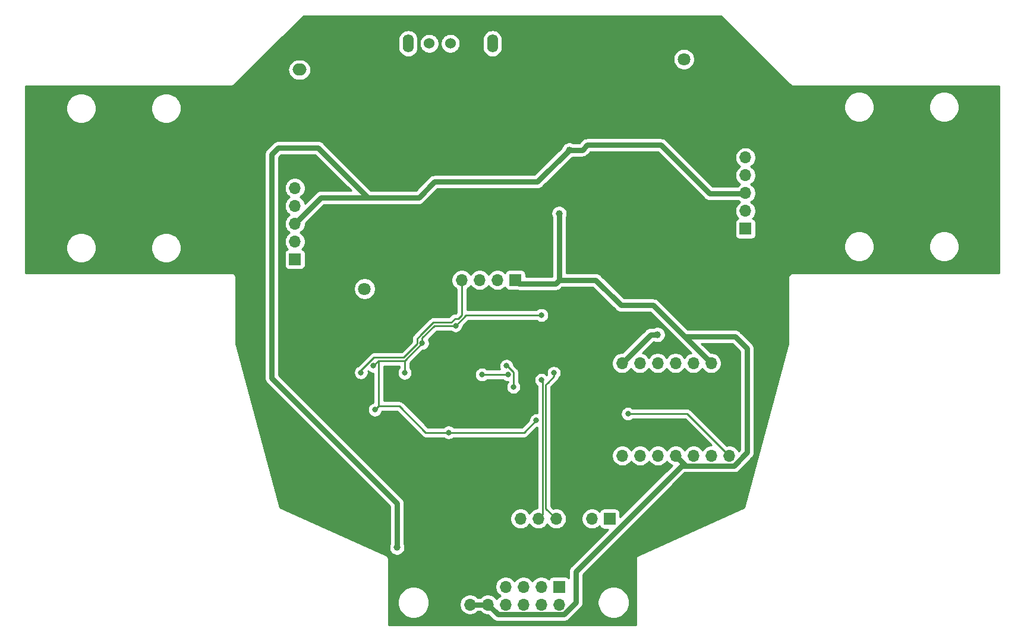
<source format=gbr>
%TF.GenerationSoftware,KiCad,Pcbnew,(5.1.9)-1*%
%TF.CreationDate,2021-05-13T01:47:40+02:00*%
%TF.ProjectId,PlytkaGlowna,506c7974-6b61-4476-9c6f-776e612e6b69,rev?*%
%TF.SameCoordinates,Original*%
%TF.FileFunction,Copper,L2,Bot*%
%TF.FilePolarity,Positive*%
%FSLAX46Y46*%
G04 Gerber Fmt 4.6, Leading zero omitted, Abs format (unit mm)*
G04 Created by KiCad (PCBNEW (5.1.9)-1) date 2021-05-13 01:47:40*
%MOMM*%
%LPD*%
G01*
G04 APERTURE LIST*
%TA.AperFunction,ComponentPad*%
%ADD10O,1.700000X1.700000*%
%TD*%
%TA.AperFunction,ComponentPad*%
%ADD11R,1.700000X1.700000*%
%TD*%
%TA.AperFunction,ComponentPad*%
%ADD12R,1.800000X1.800000*%
%TD*%
%TA.AperFunction,ComponentPad*%
%ADD13C,1.800000*%
%TD*%
%TA.AperFunction,ComponentPad*%
%ADD14O,2.000000X1.700000*%
%TD*%
%TA.AperFunction,ComponentPad*%
%ADD15C,1.524000*%
%TD*%
%TA.AperFunction,ComponentPad*%
%ADD16O,1.550000X2.600000*%
%TD*%
%TA.AperFunction,ViaPad*%
%ADD17C,0.800000*%
%TD*%
%TA.AperFunction,ViaPad*%
%ADD18C,1.000000*%
%TD*%
%TA.AperFunction,Conductor*%
%ADD19C,0.250000*%
%TD*%
%TA.AperFunction,Conductor*%
%ADD20C,0.750000*%
%TD*%
%TA.AperFunction,Conductor*%
%ADD21C,0.254000*%
%TD*%
%TA.AperFunction,Conductor*%
%ADD22C,0.100000*%
%TD*%
G04 APERTURE END LIST*
D10*
%TO.P,J6,6*%
%TO.N,GND*%
X201540000Y-76730000D03*
%TO.P,J6,5*%
%TO.N,ENCODER12*%
X201540000Y-79270000D03*
%TO.P,J6,4*%
%TO.N,ENCODER11*%
X201540000Y-81810000D03*
%TO.P,J6,3*%
%TO.N,+5V*%
X201540000Y-84350000D03*
%TO.P,J6,2*%
%TO.N,AO1*%
X201540000Y-86890000D03*
D11*
%TO.P,J6,1*%
%TO.N,AO2*%
X201540000Y-89430000D03*
%TD*%
%TO.P,J7,1*%
%TO.N,BO2*%
X137350000Y-93790000D03*
D10*
%TO.P,J7,2*%
%TO.N,BO1*%
X137350000Y-91250000D03*
%TO.P,J7,3*%
%TO.N,+5V*%
X137350000Y-88710000D03*
%TO.P,J7,4*%
%TO.N,ENCODER21*%
X137350000Y-86170000D03*
%TO.P,J7,5*%
%TO.N,ENCODER22*%
X137350000Y-83630000D03*
%TO.P,J7,6*%
%TO.N,GND*%
X137350000Y-81090000D03*
%TD*%
%TO.P,J5,8*%
%TO.N,PWM1*%
X199230000Y-121804999D03*
%TO.P,J5,7*%
%TO.N,AIN2*%
X196690000Y-121804999D03*
%TO.P,J5,6*%
%TO.N,AIN1*%
X194150000Y-121804999D03*
%TO.P,J5,5*%
%TO.N,VDD*%
X191610000Y-121804999D03*
%TO.P,J5,4*%
%TO.N,BIN1*%
X189070000Y-121804999D03*
%TO.P,J5,3*%
%TO.N,BIN2*%
X186530000Y-121804999D03*
%TO.P,J5,2*%
%TO.N,PWM2*%
X183990000Y-121804999D03*
D11*
%TO.P,J5,1*%
%TO.N,GND*%
X181450000Y-121804999D03*
%TD*%
D12*
%TO.P,D1,1*%
%TO.N,GND*%
X190250000Y-65250000D03*
D13*
%TO.P,D1,2*%
%TO.N,Net-(D1-Pad2)*%
X192790000Y-65250000D03*
%TD*%
%TO.P,D2,2*%
%TO.N,Net-(D2-Pad2)*%
X147290000Y-98000000D03*
D12*
%TO.P,D2,1*%
%TO.N,GND*%
X144750000Y-98000000D03*
%TD*%
%TO.P,J1,1*%
%TO.N,GND*%
%TA.AperFunction,ComponentPad*%
G36*
G01*
X138750000Y-70100000D02*
X137250000Y-70100000D01*
G75*
G02*
X137000000Y-69850000I0J250000D01*
G01*
X137000000Y-68650000D01*
G75*
G02*
X137250000Y-68400000I250000J0D01*
G01*
X138750000Y-68400000D01*
G75*
G02*
X139000000Y-68650000I0J-250000D01*
G01*
X139000000Y-69850000D01*
G75*
G02*
X138750000Y-70100000I-250000J0D01*
G01*
G37*
%TD.AperFunction*%
D14*
%TO.P,J1,2*%
%TO.N,Net-(J1-Pad2)*%
X138000000Y-66750000D03*
%TD*%
D11*
%TO.P,J2,1*%
%TO.N,VDD*%
X168750000Y-96750000D03*
D10*
%TO.P,J2,2*%
%TO.N,SWDIO*%
X166210000Y-96750000D03*
%TO.P,J2,3*%
%TO.N,SWCLK*%
X163670000Y-96750000D03*
%TO.P,J2,4*%
%TO.N,NRST*%
X161130000Y-96750000D03*
%TO.P,J2,5*%
%TO.N,GND*%
X158590000Y-96750000D03*
%TD*%
D11*
%TO.P,J3,1*%
%TO.N,N/C*%
X182200000Y-130800000D03*
D10*
%TO.P,J3,2*%
%TO.N,+5V*%
X179660000Y-130800000D03*
%TO.P,J3,3*%
%TO.N,GND*%
X177120000Y-130800000D03*
%TO.P,J3,4*%
%TO.N,TXD*%
X174580000Y-130800000D03*
%TO.P,J3,5*%
%TO.N,RXD*%
X172040000Y-130800000D03*
%TO.P,J3,6*%
%TO.N,N/C*%
X169500000Y-130800000D03*
%TD*%
D11*
%TO.P,J4,1*%
%TO.N,GND*%
X199200000Y-108610000D03*
D10*
%TO.P,J4,2*%
%TO.N,VDD*%
X196660000Y-108610000D03*
%TO.P,J4,3*%
%TO.N,AO1*%
X194120000Y-108610000D03*
%TO.P,J4,4*%
%TO.N,AO2*%
X191580000Y-108610000D03*
%TO.P,J4,5*%
%TO.N,BO2*%
X189040000Y-108610000D03*
%TO.P,J4,6*%
%TO.N,BO1*%
X186500000Y-108610000D03*
%TO.P,J4,7*%
%TO.N,7\u002C4V*%
X183960000Y-108610000D03*
%TO.P,J4,8*%
%TO.N,GND*%
X181420000Y-108610000D03*
%TD*%
D11*
%TO.P,J8,1*%
%TO.N,ADC1_IN8*%
X175000000Y-140500000D03*
D10*
%TO.P,J8,2*%
%TO.N,ADC1_IN15*%
X175000000Y-143040000D03*
%TO.P,J8,3*%
%TO.N,ADC1_IN14*%
X172460000Y-140500000D03*
%TO.P,J8,4*%
%TO.N,ADC1_IN7*%
X172460000Y-143040000D03*
%TO.P,J8,5*%
%TO.N,ADC1_IN6*%
X169920000Y-140500000D03*
%TO.P,J8,6*%
%TO.N,ADC1_IN5*%
X169920000Y-143040000D03*
%TO.P,J8,7*%
%TO.N,ADC1_IN4*%
X167380000Y-140500000D03*
%TO.P,J8,8*%
%TO.N,ADC1_IN3*%
X167380000Y-143040000D03*
%TO.P,J8,9*%
%TO.N,GND*%
X164840000Y-140500000D03*
%TO.P,J8,10*%
%TO.N,VDD*%
X164840000Y-143040000D03*
%TO.P,J8,11*%
%TO.N,GND*%
X162300000Y-140500000D03*
%TO.P,J8,12*%
%TO.N,VDD*%
X162300000Y-143040000D03*
%TD*%
D15*
%TO.P,SW2,1*%
%TO.N,GND*%
X162500000Y-63000000D03*
%TO.P,SW2,2*%
%TO.N,Net-(R4-Pad2)*%
X159500000Y-63000000D03*
%TO.P,SW2,3*%
X156500000Y-63000000D03*
D16*
%TO.P,SW2,5*%
%TO.N,N/C*%
X165500000Y-63000000D03*
X153500000Y-63000000D03*
%TD*%
D17*
%TO.N,VDD*%
X172500000Y-101750000D03*
X160250000Y-103250000D03*
X155500000Y-105750000D03*
X148500000Y-109000000D03*
X148750000Y-115250000D03*
X171750000Y-116750000D03*
X174500000Y-97250000D03*
X159250000Y-118500000D03*
X153000000Y-110000000D03*
D18*
X175000000Y-87250000D03*
D17*
%TO.N,GND*%
X158750000Y-121000000D03*
X158000000Y-122000000D03*
X158020000Y-123270000D03*
%TO.N,NRST*%
X146765421Y-109951158D03*
D18*
%TO.N,7\u002C4V*%
X189020000Y-104540000D03*
%TO.N,+5V*%
X176460000Y-78200000D03*
X151900000Y-134910000D03*
D17*
%TO.N,TXD*%
X174250000Y-110000000D03*
%TO.N,RXD*%
X172500000Y-111000000D03*
%TO.N,PWM2*%
X168500000Y-112000000D03*
X167500000Y-109000000D03*
%TO.N,PWM1*%
X184810000Y-115830000D03*
%TO.N,LED1*%
X167750000Y-110250000D03*
X164000000Y-110250000D03*
%TD*%
D19*
%TO.N,VDD*%
X172500000Y-101750000D02*
X161750000Y-101750000D01*
X161750000Y-101750000D02*
X160250000Y-103250000D01*
X160250000Y-103250000D02*
X158000000Y-103250000D01*
X158000000Y-103250000D02*
X157250000Y-103250000D01*
X155500000Y-105000000D02*
X155500000Y-105750000D01*
X157250000Y-103250000D02*
X155500000Y-105000000D01*
X155500000Y-105750000D02*
X153000000Y-108250000D01*
X149250000Y-108250000D02*
X148500000Y-109000000D01*
X153000000Y-108250000D02*
X149250000Y-108250000D01*
X149250000Y-114750000D02*
X148750000Y-115250000D01*
X149250000Y-108250000D02*
X149250000Y-114750000D01*
X149250000Y-114750000D02*
X152250000Y-114750000D01*
X152250000Y-114750000D02*
X156000000Y-118500000D01*
X170000000Y-118500000D02*
X171750000Y-116750000D01*
D20*
X175000000Y-87250000D02*
X175000000Y-87250000D01*
X175000000Y-96750000D02*
X174500000Y-97250000D01*
X169250000Y-97250000D02*
X168750000Y-96750000D01*
X174500000Y-97250000D02*
X169250000Y-97250000D01*
X164840000Y-143040000D02*
X162300000Y-143040000D01*
D19*
X156000000Y-118500000D02*
X159250000Y-118500000D01*
X162250000Y-118500000D02*
X159250000Y-118500000D01*
X160750000Y-118500000D02*
X162250000Y-118500000D01*
X162250000Y-118500000D02*
X170000000Y-118500000D01*
X153000000Y-108250000D02*
X153000000Y-110000000D01*
D20*
X175000000Y-96750000D02*
X180195001Y-96750000D01*
X183795001Y-100350000D02*
X180195001Y-96750000D01*
X183795001Y-100350000D02*
X188400000Y-100350000D01*
X188400000Y-100350000D02*
X192850000Y-104800000D01*
X192850000Y-104800000D02*
X196660000Y-108610000D01*
X193035001Y-123230000D02*
X191610000Y-121804999D01*
X192470000Y-123230000D02*
X177370000Y-138330000D01*
X193035001Y-123230000D02*
X192470000Y-123230000D01*
X175684001Y-144465001D02*
X166265001Y-144465001D01*
X166265001Y-144465001D02*
X164840000Y-143040000D01*
X177370000Y-142779002D02*
X175684001Y-144465001D01*
X177370000Y-138330000D02*
X177370000Y-142779002D01*
X199914001Y-123230000D02*
X193035001Y-123230000D01*
X201779990Y-121364011D02*
X199914001Y-123230000D01*
X201779990Y-106529990D02*
X201779990Y-121364011D01*
X200050000Y-104800000D02*
X201779990Y-106529990D01*
X192850000Y-104800000D02*
X200050000Y-104800000D01*
X175000000Y-87250000D02*
X175000000Y-96750000D01*
D19*
%TO.N,GND*%
X158750000Y-121250000D02*
X158000000Y-122000000D01*
X158750000Y-121000000D02*
X158750000Y-121250000D01*
D20*
X162300000Y-140500000D02*
X164840000Y-140500000D01*
D19*
%TO.N,NRST*%
X161130000Y-96750000D02*
X161130000Y-101733590D01*
X161130000Y-101733590D02*
X160613590Y-102250000D01*
X160176998Y-102250000D02*
X159627008Y-102799990D01*
X160613590Y-102250000D02*
X160176998Y-102250000D01*
X159627008Y-102799990D02*
X158186400Y-102799990D01*
X158186400Y-102799990D02*
X157063599Y-102799991D01*
X157063599Y-102799991D02*
X155306795Y-104556795D01*
X155306795Y-104556795D02*
X154750000Y-105113590D01*
X154750000Y-105113590D02*
X154750000Y-105863590D01*
X154750000Y-105863590D02*
X153056795Y-107556795D01*
X153056795Y-107556795D02*
X152813600Y-107799990D01*
X152813600Y-107799990D02*
X150250000Y-107799990D01*
X146765421Y-109661577D02*
X146765421Y-109951158D01*
X148627008Y-107799990D02*
X146765421Y-109661577D01*
X150250000Y-107799990D02*
X148627008Y-107799990D01*
D20*
%TO.N,7\u002C4V*%
X188030000Y-104540000D02*
X183960000Y-108610000D01*
X189020000Y-104540000D02*
X189020000Y-104540000D01*
X189020000Y-104540000D02*
X188030000Y-104540000D01*
%TO.N,+5V*%
X179000000Y-77500000D02*
X189500000Y-77500000D01*
X189500000Y-77500000D02*
X196420000Y-84420000D01*
X201470000Y-84420000D02*
X201540000Y-84350000D01*
X196420000Y-84420000D02*
X201470000Y-84420000D01*
X141060000Y-85000000D02*
X137350000Y-88710000D01*
X147770000Y-85000000D02*
X141060000Y-85000000D01*
X151900000Y-128590000D02*
X151900000Y-134910000D01*
X134020000Y-110710000D02*
X151900000Y-128590000D01*
X134020000Y-78830000D02*
X134020000Y-110710000D01*
X140650000Y-77860000D02*
X134990000Y-77860000D01*
X134990000Y-77860000D02*
X134020000Y-78830000D01*
X147770000Y-84980000D02*
X140650000Y-77860000D01*
X147770000Y-85000000D02*
X147770000Y-84980000D01*
X155000000Y-85000000D02*
X147770000Y-85000000D01*
X157250000Y-82750000D02*
X155000000Y-85000000D01*
X171910000Y-82750000D02*
X157250000Y-82750000D01*
X176460000Y-78200000D02*
X171910000Y-82750000D01*
X178300000Y-78200000D02*
X179000000Y-77500000D01*
X176460000Y-78200000D02*
X178300000Y-78200000D01*
X151900000Y-134910000D02*
X151900000Y-134910000D01*
D19*
%TO.N,TXD*%
X174250000Y-110500000D02*
X174250000Y-110000000D01*
X174580000Y-130800000D02*
X173110011Y-129330011D01*
X173110011Y-129330011D02*
X173110011Y-111639989D01*
X173375000Y-111375000D02*
X174250000Y-110500000D01*
X173110011Y-111639989D02*
X173375000Y-111375000D01*
X173110010Y-111639990D02*
X173375000Y-111375000D01*
%TO.N,RXD*%
X172660000Y-111160000D02*
X172500000Y-111000000D01*
X172660001Y-111160001D02*
X172500000Y-111000000D01*
X172660001Y-130179999D02*
X172660001Y-111160001D01*
X172040000Y-130800000D02*
X172660001Y-130179999D01*
%TO.N,PWM2*%
X168500000Y-112000000D02*
X168500000Y-109926998D01*
X168500000Y-109926998D02*
X167573002Y-109000000D01*
X167573002Y-109000000D02*
X167500000Y-109000000D01*
%TO.N,PWM1*%
X193255001Y-115830000D02*
X186280000Y-115830000D01*
X199230000Y-121804999D02*
X193255001Y-115830000D01*
X186280000Y-115830000D02*
X184810000Y-115830000D01*
X184810000Y-115830000D02*
X184810000Y-115830000D01*
%TO.N,LED1*%
X167750000Y-110250000D02*
X164000000Y-110250000D01*
%TD*%
D21*
%TO.N,GND*%
X207810388Y-68843769D02*
X207831052Y-68868948D01*
X207931550Y-68951425D01*
X208046207Y-69012710D01*
X208170617Y-69050450D01*
X208267581Y-69060000D01*
X208267588Y-69060000D01*
X208300000Y-69063192D01*
X208332412Y-69060000D01*
X237650001Y-69060000D01*
X237650000Y-95740000D01*
X208332419Y-95740000D01*
X208300000Y-95736807D01*
X208267581Y-95740000D01*
X208170617Y-95749550D01*
X208046207Y-95787290D01*
X207931550Y-95848575D01*
X207831052Y-95931052D01*
X207748575Y-96031550D01*
X207687290Y-96146207D01*
X207649550Y-96270617D01*
X207636807Y-96400000D01*
X207640000Y-96432418D01*
X207640001Y-105812805D01*
X201344017Y-129225999D01*
X186330030Y-135958813D01*
X186307995Y-135965497D01*
X186270851Y-135985351D01*
X186262149Y-135989253D01*
X186242282Y-136000621D01*
X186193338Y-136026782D01*
X186185912Y-136032877D01*
X186177582Y-136037643D01*
X186135752Y-136074041D01*
X186092840Y-136109259D01*
X186086745Y-136116686D01*
X186079506Y-136122985D01*
X186045574Y-136166853D01*
X186010363Y-136209758D01*
X186005836Y-136218227D01*
X185999963Y-136225820D01*
X185975234Y-136275480D01*
X185949078Y-136324415D01*
X185946291Y-136333604D01*
X185942011Y-136342198D01*
X185927445Y-136395727D01*
X185911338Y-136448825D01*
X185910397Y-136458381D01*
X185907876Y-136467645D01*
X185904033Y-136522997D01*
X185901788Y-136545789D01*
X185901788Y-136555328D01*
X185898871Y-136597340D01*
X185901788Y-136620180D01*
X185901789Y-145940001D01*
X150698213Y-145940001D01*
X150698213Y-142526444D01*
X151980202Y-142526444D01*
X151980202Y-142973556D01*
X152067429Y-143412076D01*
X152238531Y-143825153D01*
X152486932Y-144196912D01*
X152803088Y-144513068D01*
X153174847Y-144761469D01*
X153587924Y-144932571D01*
X154026444Y-145019798D01*
X154473556Y-145019798D01*
X154912076Y-144932571D01*
X155325153Y-144761469D01*
X155696912Y-144513068D01*
X156013068Y-144196912D01*
X156261469Y-143825153D01*
X156432571Y-143412076D01*
X156519798Y-142973556D01*
X156519798Y-142526444D01*
X156432571Y-142087924D01*
X156261469Y-141674847D01*
X156013068Y-141303088D01*
X155696912Y-140986932D01*
X155325153Y-140738531D01*
X154912076Y-140567429D01*
X154473556Y-140480202D01*
X154026444Y-140480202D01*
X153587924Y-140567429D01*
X153174847Y-140738531D01*
X152803088Y-140986932D01*
X152486932Y-141303088D01*
X152238531Y-141674847D01*
X152067429Y-142087924D01*
X151980202Y-142526444D01*
X150698213Y-142526444D01*
X150698213Y-136620172D01*
X150701129Y-136597340D01*
X150698213Y-136555342D01*
X150698213Y-136545789D01*
X150695965Y-136522964D01*
X150692124Y-136467644D01*
X150689605Y-136458385D01*
X150688663Y-136448825D01*
X150672548Y-136395703D01*
X150657989Y-136342197D01*
X150653711Y-136333607D01*
X150650923Y-136324415D01*
X150624759Y-136275466D01*
X150600037Y-136225819D01*
X150594165Y-136218228D01*
X150589638Y-136209758D01*
X150554429Y-136166856D01*
X150520494Y-136122984D01*
X150513253Y-136116683D01*
X150507161Y-136109260D01*
X150464278Y-136074067D01*
X150422418Y-136037642D01*
X150414081Y-136032871D01*
X150406662Y-136026783D01*
X150357759Y-136000644D01*
X150337850Y-135989252D01*
X150329131Y-135985342D01*
X150292005Y-135965498D01*
X150269980Y-135958817D01*
X135255983Y-129226000D01*
X128960000Y-105812811D01*
X128960000Y-96432418D01*
X128963193Y-96400000D01*
X128950450Y-96270617D01*
X128912710Y-96146207D01*
X128851425Y-96031550D01*
X128768948Y-95931052D01*
X128668450Y-95848575D01*
X128553793Y-95787290D01*
X128429383Y-95749550D01*
X128332419Y-95740000D01*
X128300000Y-95736807D01*
X128267581Y-95740000D01*
X98950000Y-95740000D01*
X98950000Y-91926323D01*
X104730497Y-91926323D01*
X104730497Y-92353677D01*
X104813870Y-92772821D01*
X104977412Y-93167645D01*
X105214837Y-93522977D01*
X105517023Y-93825163D01*
X105872355Y-94062588D01*
X106267179Y-94226130D01*
X106686323Y-94309503D01*
X107113677Y-94309503D01*
X107532821Y-94226130D01*
X107927645Y-94062588D01*
X108282977Y-93825163D01*
X108585163Y-93522977D01*
X108822588Y-93167645D01*
X108986130Y-92772821D01*
X109069503Y-92353677D01*
X109069503Y-91926323D01*
X116830497Y-91926323D01*
X116830497Y-92353677D01*
X116913870Y-92772821D01*
X117077412Y-93167645D01*
X117314837Y-93522977D01*
X117617023Y-93825163D01*
X117972355Y-94062588D01*
X118367179Y-94226130D01*
X118786323Y-94309503D01*
X119213677Y-94309503D01*
X119632821Y-94226130D01*
X120027645Y-94062588D01*
X120382977Y-93825163D01*
X120685163Y-93522977D01*
X120922588Y-93167645D01*
X121086130Y-92772821D01*
X121169503Y-92353677D01*
X121169503Y-91926323D01*
X121086130Y-91507179D01*
X120922588Y-91112355D01*
X120685163Y-90757023D01*
X120382977Y-90454837D01*
X120027645Y-90217412D01*
X119632821Y-90053870D01*
X119213677Y-89970497D01*
X118786323Y-89970497D01*
X118367179Y-90053870D01*
X117972355Y-90217412D01*
X117617023Y-90454837D01*
X117314837Y-90757023D01*
X117077412Y-91112355D01*
X116913870Y-91507179D01*
X116830497Y-91926323D01*
X109069503Y-91926323D01*
X108986130Y-91507179D01*
X108822588Y-91112355D01*
X108585163Y-90757023D01*
X108282977Y-90454837D01*
X107927645Y-90217412D01*
X107532821Y-90053870D01*
X107113677Y-89970497D01*
X106686323Y-89970497D01*
X106267179Y-90053870D01*
X105872355Y-90217412D01*
X105517023Y-90454837D01*
X105214837Y-90757023D01*
X104977412Y-91112355D01*
X104813870Y-91507179D01*
X104730497Y-91926323D01*
X98950000Y-91926323D01*
X98950000Y-78830000D01*
X133005114Y-78830000D01*
X133010000Y-78879608D01*
X133010001Y-110660382D01*
X133005114Y-110710000D01*
X133024615Y-110907994D01*
X133082368Y-111098379D01*
X133162878Y-111249003D01*
X133176154Y-111273840D01*
X133302368Y-111427633D01*
X133340901Y-111459256D01*
X150890000Y-129008356D01*
X150890001Y-134382456D01*
X150808617Y-134578933D01*
X150765000Y-134798212D01*
X150765000Y-135021788D01*
X150808617Y-135241067D01*
X150894176Y-135447624D01*
X151018388Y-135633520D01*
X151176480Y-135791612D01*
X151362376Y-135915824D01*
X151568933Y-136001383D01*
X151788212Y-136045000D01*
X152011788Y-136045000D01*
X152231067Y-136001383D01*
X152437624Y-135915824D01*
X152623520Y-135791612D01*
X152781612Y-135633520D01*
X152905824Y-135447624D01*
X152991383Y-135241067D01*
X153035000Y-135021788D01*
X153035000Y-134798212D01*
X152991383Y-134578933D01*
X152910000Y-134382458D01*
X152910000Y-128639597D01*
X152914885Y-128589999D01*
X152910000Y-128540401D01*
X152910000Y-128540392D01*
X152895385Y-128392006D01*
X152837632Y-128201620D01*
X152743847Y-128026160D01*
X152617633Y-127872367D01*
X152579100Y-127840744D01*
X135030000Y-110291645D01*
X135030000Y-109849219D01*
X145730421Y-109849219D01*
X145730421Y-110053097D01*
X145770195Y-110253056D01*
X145848216Y-110441414D01*
X145961484Y-110610932D01*
X146105647Y-110755095D01*
X146275165Y-110868363D01*
X146463523Y-110946384D01*
X146663482Y-110986158D01*
X146867360Y-110986158D01*
X147067319Y-110946384D01*
X147255677Y-110868363D01*
X147425195Y-110755095D01*
X147569358Y-110610932D01*
X147682626Y-110441414D01*
X147760647Y-110253056D01*
X147800421Y-110053097D01*
X147800421Y-109849219D01*
X147779294Y-109743005D01*
X147840226Y-109803937D01*
X148009744Y-109917205D01*
X148198102Y-109995226D01*
X148398061Y-110035000D01*
X148490000Y-110035000D01*
X148490001Y-114246440D01*
X148448102Y-114254774D01*
X148259744Y-114332795D01*
X148090226Y-114446063D01*
X147946063Y-114590226D01*
X147832795Y-114759744D01*
X147754774Y-114948102D01*
X147715000Y-115148061D01*
X147715000Y-115351939D01*
X147754774Y-115551898D01*
X147832795Y-115740256D01*
X147946063Y-115909774D01*
X148090226Y-116053937D01*
X148259744Y-116167205D01*
X148448102Y-116245226D01*
X148648061Y-116285000D01*
X148851939Y-116285000D01*
X149051898Y-116245226D01*
X149240256Y-116167205D01*
X149409774Y-116053937D01*
X149553937Y-115909774D01*
X149667205Y-115740256D01*
X149745226Y-115551898D01*
X149753560Y-115510000D01*
X151935199Y-115510000D01*
X155436201Y-119011003D01*
X155459999Y-119040001D01*
X155575724Y-119134974D01*
X155707753Y-119205546D01*
X155851014Y-119249003D01*
X155962667Y-119260000D01*
X155962677Y-119260000D01*
X156000000Y-119263676D01*
X156037323Y-119260000D01*
X158546289Y-119260000D01*
X158590226Y-119303937D01*
X158759744Y-119417205D01*
X158948102Y-119495226D01*
X159148061Y-119535000D01*
X159351939Y-119535000D01*
X159551898Y-119495226D01*
X159740256Y-119417205D01*
X159909774Y-119303937D01*
X159953711Y-119260000D01*
X169962678Y-119260000D01*
X170000000Y-119263676D01*
X170037322Y-119260000D01*
X170037333Y-119260000D01*
X170148986Y-119249003D01*
X170292247Y-119205546D01*
X170424276Y-119134974D01*
X170540001Y-119040001D01*
X170563804Y-119010997D01*
X171789802Y-117785000D01*
X171851939Y-117785000D01*
X171900002Y-117775440D01*
X171900001Y-129315000D01*
X171893740Y-129315000D01*
X171606842Y-129372068D01*
X171336589Y-129484010D01*
X171093368Y-129646525D01*
X170886525Y-129853368D01*
X170770000Y-130027760D01*
X170653475Y-129853368D01*
X170446632Y-129646525D01*
X170203411Y-129484010D01*
X169933158Y-129372068D01*
X169646260Y-129315000D01*
X169353740Y-129315000D01*
X169066842Y-129372068D01*
X168796589Y-129484010D01*
X168553368Y-129646525D01*
X168346525Y-129853368D01*
X168184010Y-130096589D01*
X168072068Y-130366842D01*
X168015000Y-130653740D01*
X168015000Y-130946260D01*
X168072068Y-131233158D01*
X168184010Y-131503411D01*
X168346525Y-131746632D01*
X168553368Y-131953475D01*
X168796589Y-132115990D01*
X169066842Y-132227932D01*
X169353740Y-132285000D01*
X169646260Y-132285000D01*
X169933158Y-132227932D01*
X170203411Y-132115990D01*
X170446632Y-131953475D01*
X170653475Y-131746632D01*
X170770000Y-131572240D01*
X170886525Y-131746632D01*
X171093368Y-131953475D01*
X171336589Y-132115990D01*
X171606842Y-132227932D01*
X171893740Y-132285000D01*
X172186260Y-132285000D01*
X172473158Y-132227932D01*
X172743411Y-132115990D01*
X172986632Y-131953475D01*
X173193475Y-131746632D01*
X173310000Y-131572240D01*
X173426525Y-131746632D01*
X173633368Y-131953475D01*
X173876589Y-132115990D01*
X174146842Y-132227932D01*
X174433740Y-132285000D01*
X174726260Y-132285000D01*
X175013158Y-132227932D01*
X175283411Y-132115990D01*
X175526632Y-131953475D01*
X175733475Y-131746632D01*
X175895990Y-131503411D01*
X176007932Y-131233158D01*
X176065000Y-130946260D01*
X176065000Y-130653740D01*
X176007932Y-130366842D01*
X175895990Y-130096589D01*
X175733475Y-129853368D01*
X175526632Y-129646525D01*
X175283411Y-129484010D01*
X175013158Y-129372068D01*
X174726260Y-129315000D01*
X174433740Y-129315000D01*
X174213592Y-129358790D01*
X173870011Y-129015210D01*
X173870011Y-111954791D01*
X173938799Y-111886003D01*
X173938803Y-111885998D01*
X174761004Y-111063798D01*
X174790001Y-111040001D01*
X174884974Y-110924276D01*
X174955546Y-110792247D01*
X174970386Y-110743325D01*
X175053937Y-110659774D01*
X175167205Y-110490256D01*
X175245226Y-110301898D01*
X175285000Y-110101939D01*
X175285000Y-109898061D01*
X175245226Y-109698102D01*
X175167205Y-109509744D01*
X175053937Y-109340226D01*
X174909774Y-109196063D01*
X174740256Y-109082795D01*
X174551898Y-109004774D01*
X174351939Y-108965000D01*
X174148061Y-108965000D01*
X173948102Y-109004774D01*
X173759744Y-109082795D01*
X173590226Y-109196063D01*
X173446063Y-109340226D01*
X173332795Y-109509744D01*
X173254774Y-109698102D01*
X173215000Y-109898061D01*
X173215000Y-110101939D01*
X173252084Y-110288373D01*
X173159774Y-110196063D01*
X172990256Y-110082795D01*
X172801898Y-110004774D01*
X172601939Y-109965000D01*
X172398061Y-109965000D01*
X172198102Y-110004774D01*
X172009744Y-110082795D01*
X171840226Y-110196063D01*
X171696063Y-110340226D01*
X171582795Y-110509744D01*
X171504774Y-110698102D01*
X171465000Y-110898061D01*
X171465000Y-111101939D01*
X171504774Y-111301898D01*
X171582795Y-111490256D01*
X171696063Y-111659774D01*
X171840226Y-111803937D01*
X171900002Y-111843878D01*
X171900002Y-115724560D01*
X171851939Y-115715000D01*
X171648061Y-115715000D01*
X171448102Y-115754774D01*
X171259744Y-115832795D01*
X171090226Y-115946063D01*
X170946063Y-116090226D01*
X170832795Y-116259744D01*
X170754774Y-116448102D01*
X170715000Y-116648061D01*
X170715000Y-116710198D01*
X169685199Y-117740000D01*
X159953711Y-117740000D01*
X159909774Y-117696063D01*
X159740256Y-117582795D01*
X159551898Y-117504774D01*
X159351939Y-117465000D01*
X159148061Y-117465000D01*
X158948102Y-117504774D01*
X158759744Y-117582795D01*
X158590226Y-117696063D01*
X158546289Y-117740000D01*
X156314802Y-117740000D01*
X152813804Y-114239003D01*
X152790001Y-114209999D01*
X152674276Y-114115026D01*
X152542247Y-114044454D01*
X152398986Y-114000997D01*
X152287333Y-113990000D01*
X152287322Y-113990000D01*
X152250000Y-113986324D01*
X152212678Y-113990000D01*
X150010000Y-113990000D01*
X150010000Y-109010000D01*
X152240000Y-109010000D01*
X152240001Y-109296288D01*
X152196063Y-109340226D01*
X152082795Y-109509744D01*
X152004774Y-109698102D01*
X151965000Y-109898061D01*
X151965000Y-110101939D01*
X152004774Y-110301898D01*
X152082795Y-110490256D01*
X152196063Y-110659774D01*
X152340226Y-110803937D01*
X152509744Y-110917205D01*
X152698102Y-110995226D01*
X152898061Y-111035000D01*
X153101939Y-111035000D01*
X153301898Y-110995226D01*
X153490256Y-110917205D01*
X153659774Y-110803937D01*
X153803937Y-110659774D01*
X153917205Y-110490256D01*
X153995226Y-110301898D01*
X154025825Y-110148061D01*
X162965000Y-110148061D01*
X162965000Y-110351939D01*
X163004774Y-110551898D01*
X163082795Y-110740256D01*
X163196063Y-110909774D01*
X163340226Y-111053937D01*
X163509744Y-111167205D01*
X163698102Y-111245226D01*
X163898061Y-111285000D01*
X164101939Y-111285000D01*
X164301898Y-111245226D01*
X164490256Y-111167205D01*
X164659774Y-111053937D01*
X164703711Y-111010000D01*
X167046289Y-111010000D01*
X167090226Y-111053937D01*
X167259744Y-111167205D01*
X167448102Y-111245226D01*
X167648061Y-111285000D01*
X167740000Y-111285000D01*
X167740000Y-111296289D01*
X167696063Y-111340226D01*
X167582795Y-111509744D01*
X167504774Y-111698102D01*
X167465000Y-111898061D01*
X167465000Y-112101939D01*
X167504774Y-112301898D01*
X167582795Y-112490256D01*
X167696063Y-112659774D01*
X167840226Y-112803937D01*
X168009744Y-112917205D01*
X168198102Y-112995226D01*
X168398061Y-113035000D01*
X168601939Y-113035000D01*
X168801898Y-112995226D01*
X168990256Y-112917205D01*
X169159774Y-112803937D01*
X169303937Y-112659774D01*
X169417205Y-112490256D01*
X169495226Y-112301898D01*
X169535000Y-112101939D01*
X169535000Y-111898061D01*
X169495226Y-111698102D01*
X169417205Y-111509744D01*
X169303937Y-111340226D01*
X169260000Y-111296289D01*
X169260000Y-109964320D01*
X169263676Y-109926997D01*
X169260000Y-109889674D01*
X169260000Y-109889665D01*
X169249003Y-109778012D01*
X169205546Y-109634751D01*
X169163790Y-109556632D01*
X169134974Y-109502721D01*
X169063799Y-109415995D01*
X169040001Y-109386997D01*
X169011003Y-109363199D01*
X168532302Y-108884499D01*
X168495226Y-108698102D01*
X168417205Y-108509744D01*
X168303937Y-108340226D01*
X168159774Y-108196063D01*
X167990256Y-108082795D01*
X167801898Y-108004774D01*
X167601939Y-107965000D01*
X167398061Y-107965000D01*
X167198102Y-108004774D01*
X167009744Y-108082795D01*
X166840226Y-108196063D01*
X166696063Y-108340226D01*
X166582795Y-108509744D01*
X166504774Y-108698102D01*
X166465000Y-108898061D01*
X166465000Y-109101939D01*
X166504774Y-109301898D01*
X166582689Y-109490000D01*
X164703711Y-109490000D01*
X164659774Y-109446063D01*
X164490256Y-109332795D01*
X164301898Y-109254774D01*
X164101939Y-109215000D01*
X163898061Y-109215000D01*
X163698102Y-109254774D01*
X163509744Y-109332795D01*
X163340226Y-109446063D01*
X163196063Y-109590226D01*
X163082795Y-109759744D01*
X163004774Y-109948102D01*
X162965000Y-110148061D01*
X154025825Y-110148061D01*
X154035000Y-110101939D01*
X154035000Y-109898061D01*
X153995226Y-109698102D01*
X153917205Y-109509744D01*
X153803937Y-109340226D01*
X153760000Y-109296289D01*
X153760000Y-108564801D01*
X155539802Y-106785000D01*
X155601939Y-106785000D01*
X155801898Y-106745226D01*
X155990256Y-106667205D01*
X156159774Y-106553937D01*
X156303937Y-106409774D01*
X156417205Y-106240256D01*
X156495226Y-106051898D01*
X156535000Y-105851939D01*
X156535000Y-105648061D01*
X156495226Y-105448102D01*
X156417205Y-105259744D01*
X156376290Y-105198511D01*
X157564802Y-104010000D01*
X159546289Y-104010000D01*
X159590226Y-104053937D01*
X159759744Y-104167205D01*
X159948102Y-104245226D01*
X160148061Y-104285000D01*
X160351939Y-104285000D01*
X160551898Y-104245226D01*
X160740256Y-104167205D01*
X160909774Y-104053937D01*
X161053937Y-103909774D01*
X161167205Y-103740256D01*
X161245226Y-103551898D01*
X161285000Y-103351939D01*
X161285000Y-103289801D01*
X162064802Y-102510000D01*
X171796289Y-102510000D01*
X171840226Y-102553937D01*
X172009744Y-102667205D01*
X172198102Y-102745226D01*
X172398061Y-102785000D01*
X172601939Y-102785000D01*
X172801898Y-102745226D01*
X172990256Y-102667205D01*
X173159774Y-102553937D01*
X173303937Y-102409774D01*
X173417205Y-102240256D01*
X173495226Y-102051898D01*
X173535000Y-101851939D01*
X173535000Y-101648061D01*
X173495226Y-101448102D01*
X173417205Y-101259744D01*
X173303937Y-101090226D01*
X173159774Y-100946063D01*
X172990256Y-100832795D01*
X172801898Y-100754774D01*
X172601939Y-100715000D01*
X172398061Y-100715000D01*
X172198102Y-100754774D01*
X172009744Y-100832795D01*
X171840226Y-100946063D01*
X171796289Y-100990000D01*
X161890000Y-100990000D01*
X161890000Y-98028178D01*
X162076632Y-97903475D01*
X162283475Y-97696632D01*
X162400000Y-97522240D01*
X162516525Y-97696632D01*
X162723368Y-97903475D01*
X162966589Y-98065990D01*
X163236842Y-98177932D01*
X163523740Y-98235000D01*
X163816260Y-98235000D01*
X164103158Y-98177932D01*
X164373411Y-98065990D01*
X164616632Y-97903475D01*
X164823475Y-97696632D01*
X164940000Y-97522240D01*
X165056525Y-97696632D01*
X165263368Y-97903475D01*
X165506589Y-98065990D01*
X165776842Y-98177932D01*
X166063740Y-98235000D01*
X166356260Y-98235000D01*
X166643158Y-98177932D01*
X166913411Y-98065990D01*
X167156632Y-97903475D01*
X167288487Y-97771620D01*
X167310498Y-97844180D01*
X167369463Y-97954494D01*
X167448815Y-98051185D01*
X167545506Y-98130537D01*
X167655820Y-98189502D01*
X167775518Y-98225812D01*
X167900000Y-98238072D01*
X169027897Y-98238072D01*
X169052005Y-98245385D01*
X169250000Y-98264886D01*
X169299608Y-98260000D01*
X174272377Y-98260000D01*
X174398061Y-98285000D01*
X174601939Y-98285000D01*
X174801898Y-98245226D01*
X174990256Y-98167205D01*
X175159774Y-98053937D01*
X175303937Y-97909774D01*
X175375132Y-97803223D01*
X175418355Y-97760000D01*
X179776646Y-97760000D01*
X183045744Y-101029099D01*
X183077368Y-101067633D01*
X183231161Y-101193847D01*
X183354446Y-101259744D01*
X183406621Y-101287632D01*
X183597006Y-101345385D01*
X183795001Y-101364886D01*
X183844609Y-101360000D01*
X187981645Y-101360000D01*
X192100739Y-105479094D01*
X192132367Y-105517633D01*
X192170906Y-105549261D01*
X193784322Y-107162678D01*
X193686842Y-107182068D01*
X193416589Y-107294010D01*
X193173368Y-107456525D01*
X192966525Y-107663368D01*
X192850000Y-107837760D01*
X192733475Y-107663368D01*
X192526632Y-107456525D01*
X192283411Y-107294010D01*
X192013158Y-107182068D01*
X191726260Y-107125000D01*
X191433740Y-107125000D01*
X191146842Y-107182068D01*
X190876589Y-107294010D01*
X190633368Y-107456525D01*
X190426525Y-107663368D01*
X190310000Y-107837760D01*
X190193475Y-107663368D01*
X189986632Y-107456525D01*
X189743411Y-107294010D01*
X189473158Y-107182068D01*
X189186260Y-107125000D01*
X188893740Y-107125000D01*
X188606842Y-107182068D01*
X188336589Y-107294010D01*
X188093368Y-107456525D01*
X187886525Y-107663368D01*
X187770000Y-107837760D01*
X187653475Y-107663368D01*
X187446632Y-107456525D01*
X187203411Y-107294010D01*
X186933158Y-107182068D01*
X186835677Y-107162678D01*
X188448355Y-105550000D01*
X188492458Y-105550000D01*
X188688933Y-105631383D01*
X188908212Y-105675000D01*
X189131788Y-105675000D01*
X189351067Y-105631383D01*
X189557624Y-105545824D01*
X189743520Y-105421612D01*
X189901612Y-105263520D01*
X190025824Y-105077624D01*
X190111383Y-104871067D01*
X190155000Y-104651788D01*
X190155000Y-104428212D01*
X190111383Y-104208933D01*
X190025824Y-104002376D01*
X189901612Y-103816480D01*
X189743520Y-103658388D01*
X189557624Y-103534176D01*
X189351067Y-103448617D01*
X189131788Y-103405000D01*
X188908212Y-103405000D01*
X188688933Y-103448617D01*
X188492458Y-103530000D01*
X188079604Y-103530000D01*
X188029999Y-103525114D01*
X187980394Y-103530000D01*
X187980392Y-103530000D01*
X187832006Y-103544615D01*
X187641620Y-103602368D01*
X187466160Y-103696153D01*
X187312367Y-103822367D01*
X187280739Y-103860906D01*
X184016645Y-107125000D01*
X183813740Y-107125000D01*
X183526842Y-107182068D01*
X183256589Y-107294010D01*
X183013368Y-107456525D01*
X182806525Y-107663368D01*
X182644010Y-107906589D01*
X182532068Y-108176842D01*
X182475000Y-108463740D01*
X182475000Y-108756260D01*
X182532068Y-109043158D01*
X182644010Y-109313411D01*
X182806525Y-109556632D01*
X183013368Y-109763475D01*
X183256589Y-109925990D01*
X183526842Y-110037932D01*
X183813740Y-110095000D01*
X184106260Y-110095000D01*
X184393158Y-110037932D01*
X184663411Y-109925990D01*
X184906632Y-109763475D01*
X185113475Y-109556632D01*
X185230000Y-109382240D01*
X185346525Y-109556632D01*
X185553368Y-109763475D01*
X185796589Y-109925990D01*
X186066842Y-110037932D01*
X186353740Y-110095000D01*
X186646260Y-110095000D01*
X186933158Y-110037932D01*
X187203411Y-109925990D01*
X187446632Y-109763475D01*
X187653475Y-109556632D01*
X187770000Y-109382240D01*
X187886525Y-109556632D01*
X188093368Y-109763475D01*
X188336589Y-109925990D01*
X188606842Y-110037932D01*
X188893740Y-110095000D01*
X189186260Y-110095000D01*
X189473158Y-110037932D01*
X189743411Y-109925990D01*
X189986632Y-109763475D01*
X190193475Y-109556632D01*
X190310000Y-109382240D01*
X190426525Y-109556632D01*
X190633368Y-109763475D01*
X190876589Y-109925990D01*
X191146842Y-110037932D01*
X191433740Y-110095000D01*
X191726260Y-110095000D01*
X192013158Y-110037932D01*
X192283411Y-109925990D01*
X192526632Y-109763475D01*
X192733475Y-109556632D01*
X192850000Y-109382240D01*
X192966525Y-109556632D01*
X193173368Y-109763475D01*
X193416589Y-109925990D01*
X193686842Y-110037932D01*
X193973740Y-110095000D01*
X194266260Y-110095000D01*
X194553158Y-110037932D01*
X194823411Y-109925990D01*
X195066632Y-109763475D01*
X195273475Y-109556632D01*
X195390000Y-109382240D01*
X195506525Y-109556632D01*
X195713368Y-109763475D01*
X195956589Y-109925990D01*
X196226842Y-110037932D01*
X196513740Y-110095000D01*
X196806260Y-110095000D01*
X197093158Y-110037932D01*
X197363411Y-109925990D01*
X197606632Y-109763475D01*
X197813475Y-109556632D01*
X197975990Y-109313411D01*
X198087932Y-109043158D01*
X198145000Y-108756260D01*
X198145000Y-108463740D01*
X198087932Y-108176842D01*
X197975990Y-107906589D01*
X197813475Y-107663368D01*
X197606632Y-107456525D01*
X197363411Y-107294010D01*
X197093158Y-107182068D01*
X196806260Y-107125000D01*
X196603356Y-107125000D01*
X195288355Y-105810000D01*
X199631645Y-105810000D01*
X200769990Y-106948345D01*
X200769991Y-120945654D01*
X200565926Y-121149719D01*
X200545990Y-121101588D01*
X200383475Y-120858367D01*
X200176632Y-120651524D01*
X199933411Y-120489009D01*
X199663158Y-120377067D01*
X199376260Y-120319999D01*
X199083740Y-120319999D01*
X198863592Y-120363789D01*
X193818805Y-115319003D01*
X193795002Y-115289999D01*
X193679277Y-115195026D01*
X193547248Y-115124454D01*
X193403987Y-115080997D01*
X193292334Y-115070000D01*
X193292323Y-115070000D01*
X193255001Y-115066324D01*
X193217679Y-115070000D01*
X185513711Y-115070000D01*
X185469774Y-115026063D01*
X185300256Y-114912795D01*
X185111898Y-114834774D01*
X184911939Y-114795000D01*
X184708061Y-114795000D01*
X184508102Y-114834774D01*
X184319744Y-114912795D01*
X184150226Y-115026063D01*
X184006063Y-115170226D01*
X183892795Y-115339744D01*
X183814774Y-115528102D01*
X183775000Y-115728061D01*
X183775000Y-115931939D01*
X183814774Y-116131898D01*
X183892795Y-116320256D01*
X184006063Y-116489774D01*
X184150226Y-116633937D01*
X184319744Y-116747205D01*
X184508102Y-116825226D01*
X184708061Y-116865000D01*
X184911939Y-116865000D01*
X185111898Y-116825226D01*
X185300256Y-116747205D01*
X185469774Y-116633937D01*
X185513711Y-116590000D01*
X192940200Y-116590000D01*
X196670198Y-120319999D01*
X196543740Y-120319999D01*
X196256842Y-120377067D01*
X195986589Y-120489009D01*
X195743368Y-120651524D01*
X195536525Y-120858367D01*
X195420000Y-121032759D01*
X195303475Y-120858367D01*
X195096632Y-120651524D01*
X194853411Y-120489009D01*
X194583158Y-120377067D01*
X194296260Y-120319999D01*
X194003740Y-120319999D01*
X193716842Y-120377067D01*
X193446589Y-120489009D01*
X193203368Y-120651524D01*
X192996525Y-120858367D01*
X192880000Y-121032759D01*
X192763475Y-120858367D01*
X192556632Y-120651524D01*
X192313411Y-120489009D01*
X192043158Y-120377067D01*
X191756260Y-120319999D01*
X191463740Y-120319999D01*
X191176842Y-120377067D01*
X190906589Y-120489009D01*
X190663368Y-120651524D01*
X190456525Y-120858367D01*
X190340000Y-121032759D01*
X190223475Y-120858367D01*
X190016632Y-120651524D01*
X189773411Y-120489009D01*
X189503158Y-120377067D01*
X189216260Y-120319999D01*
X188923740Y-120319999D01*
X188636842Y-120377067D01*
X188366589Y-120489009D01*
X188123368Y-120651524D01*
X187916525Y-120858367D01*
X187800000Y-121032759D01*
X187683475Y-120858367D01*
X187476632Y-120651524D01*
X187233411Y-120489009D01*
X186963158Y-120377067D01*
X186676260Y-120319999D01*
X186383740Y-120319999D01*
X186096842Y-120377067D01*
X185826589Y-120489009D01*
X185583368Y-120651524D01*
X185376525Y-120858367D01*
X185260000Y-121032759D01*
X185143475Y-120858367D01*
X184936632Y-120651524D01*
X184693411Y-120489009D01*
X184423158Y-120377067D01*
X184136260Y-120319999D01*
X183843740Y-120319999D01*
X183556842Y-120377067D01*
X183286589Y-120489009D01*
X183043368Y-120651524D01*
X182836525Y-120858367D01*
X182674010Y-121101588D01*
X182562068Y-121371841D01*
X182505000Y-121658739D01*
X182505000Y-121951259D01*
X182562068Y-122238157D01*
X182674010Y-122508410D01*
X182836525Y-122751631D01*
X183043368Y-122958474D01*
X183286589Y-123120989D01*
X183556842Y-123232931D01*
X183843740Y-123289999D01*
X184136260Y-123289999D01*
X184423158Y-123232931D01*
X184693411Y-123120989D01*
X184936632Y-122958474D01*
X185143475Y-122751631D01*
X185260000Y-122577239D01*
X185376525Y-122751631D01*
X185583368Y-122958474D01*
X185826589Y-123120989D01*
X186096842Y-123232931D01*
X186383740Y-123289999D01*
X186676260Y-123289999D01*
X186963158Y-123232931D01*
X187233411Y-123120989D01*
X187476632Y-122958474D01*
X187683475Y-122751631D01*
X187800000Y-122577239D01*
X187916525Y-122751631D01*
X188123368Y-122958474D01*
X188366589Y-123120989D01*
X188636842Y-123232931D01*
X188923740Y-123289999D01*
X189216260Y-123289999D01*
X189503158Y-123232931D01*
X189773411Y-123120989D01*
X190016632Y-122958474D01*
X190223475Y-122751631D01*
X190340000Y-122577239D01*
X190456525Y-122751631D01*
X190663368Y-122958474D01*
X190906589Y-123120989D01*
X191079170Y-123192474D01*
X183688072Y-130583573D01*
X183688072Y-129950000D01*
X183675812Y-129825518D01*
X183639502Y-129705820D01*
X183580537Y-129595506D01*
X183501185Y-129498815D01*
X183404494Y-129419463D01*
X183294180Y-129360498D01*
X183174482Y-129324188D01*
X183050000Y-129311928D01*
X181350000Y-129311928D01*
X181225518Y-129324188D01*
X181105820Y-129360498D01*
X180995506Y-129419463D01*
X180898815Y-129498815D01*
X180819463Y-129595506D01*
X180760498Y-129705820D01*
X180738487Y-129778380D01*
X180606632Y-129646525D01*
X180363411Y-129484010D01*
X180093158Y-129372068D01*
X179806260Y-129315000D01*
X179513740Y-129315000D01*
X179226842Y-129372068D01*
X178956589Y-129484010D01*
X178713368Y-129646525D01*
X178506525Y-129853368D01*
X178344010Y-130096589D01*
X178232068Y-130366842D01*
X178175000Y-130653740D01*
X178175000Y-130946260D01*
X178232068Y-131233158D01*
X178344010Y-131503411D01*
X178506525Y-131746632D01*
X178713368Y-131953475D01*
X178956589Y-132115990D01*
X179226842Y-132227932D01*
X179513740Y-132285000D01*
X179806260Y-132285000D01*
X180093158Y-132227932D01*
X180363411Y-132115990D01*
X180606632Y-131953475D01*
X180738487Y-131821620D01*
X180760498Y-131894180D01*
X180819463Y-132004494D01*
X180898815Y-132101185D01*
X180995506Y-132180537D01*
X181105820Y-132239502D01*
X181225518Y-132275812D01*
X181350000Y-132288072D01*
X181983573Y-132288072D01*
X176690906Y-137580739D01*
X176652367Y-137612367D01*
X176526153Y-137766160D01*
X176432369Y-137941620D01*
X176432368Y-137941621D01*
X176374615Y-138132006D01*
X176355114Y-138330000D01*
X176360000Y-138379608D01*
X176360000Y-139270482D01*
X176301185Y-139198815D01*
X176204494Y-139119463D01*
X176094180Y-139060498D01*
X175974482Y-139024188D01*
X175850000Y-139011928D01*
X174150000Y-139011928D01*
X174025518Y-139024188D01*
X173905820Y-139060498D01*
X173795506Y-139119463D01*
X173698815Y-139198815D01*
X173619463Y-139295506D01*
X173560498Y-139405820D01*
X173538487Y-139478380D01*
X173406632Y-139346525D01*
X173163411Y-139184010D01*
X172893158Y-139072068D01*
X172606260Y-139015000D01*
X172313740Y-139015000D01*
X172026842Y-139072068D01*
X171756589Y-139184010D01*
X171513368Y-139346525D01*
X171306525Y-139553368D01*
X171190000Y-139727760D01*
X171073475Y-139553368D01*
X170866632Y-139346525D01*
X170623411Y-139184010D01*
X170353158Y-139072068D01*
X170066260Y-139015000D01*
X169773740Y-139015000D01*
X169486842Y-139072068D01*
X169216589Y-139184010D01*
X168973368Y-139346525D01*
X168766525Y-139553368D01*
X168650000Y-139727760D01*
X168533475Y-139553368D01*
X168326632Y-139346525D01*
X168083411Y-139184010D01*
X167813158Y-139072068D01*
X167526260Y-139015000D01*
X167233740Y-139015000D01*
X166946842Y-139072068D01*
X166676589Y-139184010D01*
X166433368Y-139346525D01*
X166226525Y-139553368D01*
X166064010Y-139796589D01*
X165952068Y-140066842D01*
X165895000Y-140353740D01*
X165895000Y-140646260D01*
X165952068Y-140933158D01*
X166064010Y-141203411D01*
X166226525Y-141446632D01*
X166433368Y-141653475D01*
X166607760Y-141770000D01*
X166433368Y-141886525D01*
X166226525Y-142093368D01*
X166110000Y-142267760D01*
X165993475Y-142093368D01*
X165786632Y-141886525D01*
X165543411Y-141724010D01*
X165273158Y-141612068D01*
X164986260Y-141555000D01*
X164693740Y-141555000D01*
X164406842Y-141612068D01*
X164136589Y-141724010D01*
X163893368Y-141886525D01*
X163749893Y-142030000D01*
X163390107Y-142030000D01*
X163246632Y-141886525D01*
X163003411Y-141724010D01*
X162733158Y-141612068D01*
X162446260Y-141555000D01*
X162153740Y-141555000D01*
X161866842Y-141612068D01*
X161596589Y-141724010D01*
X161353368Y-141886525D01*
X161146525Y-142093368D01*
X160984010Y-142336589D01*
X160872068Y-142606842D01*
X160815000Y-142893740D01*
X160815000Y-143186260D01*
X160872068Y-143473158D01*
X160984010Y-143743411D01*
X161146525Y-143986632D01*
X161353368Y-144193475D01*
X161596589Y-144355990D01*
X161866842Y-144467932D01*
X162153740Y-144525000D01*
X162446260Y-144525000D01*
X162733158Y-144467932D01*
X163003411Y-144355990D01*
X163246632Y-144193475D01*
X163390107Y-144050000D01*
X163749893Y-144050000D01*
X163893368Y-144193475D01*
X164136589Y-144355990D01*
X164406842Y-144467932D01*
X164693740Y-144525000D01*
X164896644Y-144525000D01*
X165515744Y-145144100D01*
X165547368Y-145182634D01*
X165701161Y-145308848D01*
X165876621Y-145402633D01*
X166067006Y-145460386D01*
X166265001Y-145479887D01*
X166314609Y-145475001D01*
X175634393Y-145475001D01*
X175684001Y-145479887D01*
X175881995Y-145460386D01*
X176072381Y-145402633D01*
X176247841Y-145308848D01*
X176401634Y-145182634D01*
X176433262Y-145144095D01*
X178049099Y-143528258D01*
X178087633Y-143496635D01*
X178213847Y-143342842D01*
X178307632Y-143167382D01*
X178346273Y-143040000D01*
X178365385Y-142976997D01*
X178384886Y-142779002D01*
X178380000Y-142729394D01*
X178380000Y-142526444D01*
X180480202Y-142526444D01*
X180480202Y-142973556D01*
X180567429Y-143412076D01*
X180738531Y-143825153D01*
X180986932Y-144196912D01*
X181303088Y-144513068D01*
X181674847Y-144761469D01*
X182087924Y-144932571D01*
X182526444Y-145019798D01*
X182973556Y-145019798D01*
X183412076Y-144932571D01*
X183825153Y-144761469D01*
X184196912Y-144513068D01*
X184513068Y-144196912D01*
X184761469Y-143825153D01*
X184932571Y-143412076D01*
X185019798Y-142973556D01*
X185019798Y-142526444D01*
X184932571Y-142087924D01*
X184761469Y-141674847D01*
X184513068Y-141303088D01*
X184196912Y-140986932D01*
X183825153Y-140738531D01*
X183412076Y-140567429D01*
X182973556Y-140480202D01*
X182526444Y-140480202D01*
X182087924Y-140567429D01*
X181674847Y-140738531D01*
X181303088Y-140986932D01*
X180986932Y-141303088D01*
X180738531Y-141674847D01*
X180567429Y-142087924D01*
X180480202Y-142526444D01*
X178380000Y-142526444D01*
X178380000Y-138748355D01*
X192888356Y-124240000D01*
X192985393Y-124240000D01*
X193035001Y-124244886D01*
X193084609Y-124240000D01*
X199864393Y-124240000D01*
X199914001Y-124244886D01*
X200111995Y-124225385D01*
X200302381Y-124167632D01*
X200477841Y-124073847D01*
X200631634Y-123947633D01*
X200663262Y-123909094D01*
X202459090Y-122113267D01*
X202497623Y-122081644D01*
X202623837Y-121927851D01*
X202717622Y-121752391D01*
X202746858Y-121656013D01*
X202775375Y-121562006D01*
X202794876Y-121364011D01*
X202789990Y-121314403D01*
X202789990Y-106579594D01*
X202794876Y-106529989D01*
X202787138Y-106451425D01*
X202775375Y-106331996D01*
X202717622Y-106141610D01*
X202623837Y-105966150D01*
X202497623Y-105812357D01*
X202459084Y-105780729D01*
X200799261Y-104120906D01*
X200767633Y-104082367D01*
X200613840Y-103956153D01*
X200438380Y-103862368D01*
X200247994Y-103804615D01*
X200099608Y-103790000D01*
X200050000Y-103785114D01*
X200000392Y-103790000D01*
X193268355Y-103790000D01*
X189149261Y-99670906D01*
X189117633Y-99632367D01*
X188963840Y-99506153D01*
X188788380Y-99412368D01*
X188597994Y-99354615D01*
X188449608Y-99340000D01*
X188400000Y-99335114D01*
X188350392Y-99340000D01*
X184213357Y-99340000D01*
X180944262Y-96070906D01*
X180912634Y-96032367D01*
X180758841Y-95906153D01*
X180583381Y-95812368D01*
X180392995Y-95754615D01*
X180244609Y-95740000D01*
X180195001Y-95735114D01*
X180145393Y-95740000D01*
X176010000Y-95740000D01*
X176010000Y-91736323D01*
X215570497Y-91736323D01*
X215570497Y-92163677D01*
X215653870Y-92582821D01*
X215817412Y-92977645D01*
X216054837Y-93332977D01*
X216357023Y-93635163D01*
X216712355Y-93872588D01*
X217107179Y-94036130D01*
X217526323Y-94119503D01*
X217953677Y-94119503D01*
X218372821Y-94036130D01*
X218767645Y-93872588D01*
X219122977Y-93635163D01*
X219425163Y-93332977D01*
X219662588Y-92977645D01*
X219826130Y-92582821D01*
X219909503Y-92163677D01*
X219909503Y-91736323D01*
X227670497Y-91736323D01*
X227670497Y-92163677D01*
X227753870Y-92582821D01*
X227917412Y-92977645D01*
X228154837Y-93332977D01*
X228457023Y-93635163D01*
X228812355Y-93872588D01*
X229207179Y-94036130D01*
X229626323Y-94119503D01*
X230053677Y-94119503D01*
X230472821Y-94036130D01*
X230867645Y-93872588D01*
X231222977Y-93635163D01*
X231525163Y-93332977D01*
X231762588Y-92977645D01*
X231926130Y-92582821D01*
X232009503Y-92163677D01*
X232009503Y-91736323D01*
X231926130Y-91317179D01*
X231762588Y-90922355D01*
X231525163Y-90567023D01*
X231222977Y-90264837D01*
X230867645Y-90027412D01*
X230472821Y-89863870D01*
X230053677Y-89780497D01*
X229626323Y-89780497D01*
X229207179Y-89863870D01*
X228812355Y-90027412D01*
X228457023Y-90264837D01*
X228154837Y-90567023D01*
X227917412Y-90922355D01*
X227753870Y-91317179D01*
X227670497Y-91736323D01*
X219909503Y-91736323D01*
X219826130Y-91317179D01*
X219662588Y-90922355D01*
X219425163Y-90567023D01*
X219122977Y-90264837D01*
X218767645Y-90027412D01*
X218372821Y-89863870D01*
X217953677Y-89780497D01*
X217526323Y-89780497D01*
X217107179Y-89863870D01*
X216712355Y-90027412D01*
X216357023Y-90264837D01*
X216054837Y-90567023D01*
X215817412Y-90922355D01*
X215653870Y-91317179D01*
X215570497Y-91736323D01*
X176010000Y-91736323D01*
X176010000Y-87777542D01*
X176091383Y-87581067D01*
X176135000Y-87361788D01*
X176135000Y-87138212D01*
X176091383Y-86918933D01*
X176005824Y-86712376D01*
X175881612Y-86526480D01*
X175723520Y-86368388D01*
X175537624Y-86244176D01*
X175331067Y-86158617D01*
X175111788Y-86115000D01*
X174888212Y-86115000D01*
X174668933Y-86158617D01*
X174462376Y-86244176D01*
X174276480Y-86368388D01*
X174118388Y-86526480D01*
X173994176Y-86712376D01*
X173908617Y-86918933D01*
X173865000Y-87138212D01*
X173865000Y-87361788D01*
X173908617Y-87581067D01*
X173990000Y-87777542D01*
X173990001Y-96240000D01*
X170238072Y-96240000D01*
X170238072Y-95900000D01*
X170225812Y-95775518D01*
X170189502Y-95655820D01*
X170130537Y-95545506D01*
X170051185Y-95448815D01*
X169954494Y-95369463D01*
X169844180Y-95310498D01*
X169724482Y-95274188D01*
X169600000Y-95261928D01*
X167900000Y-95261928D01*
X167775518Y-95274188D01*
X167655820Y-95310498D01*
X167545506Y-95369463D01*
X167448815Y-95448815D01*
X167369463Y-95545506D01*
X167310498Y-95655820D01*
X167288487Y-95728380D01*
X167156632Y-95596525D01*
X166913411Y-95434010D01*
X166643158Y-95322068D01*
X166356260Y-95265000D01*
X166063740Y-95265000D01*
X165776842Y-95322068D01*
X165506589Y-95434010D01*
X165263368Y-95596525D01*
X165056525Y-95803368D01*
X164940000Y-95977760D01*
X164823475Y-95803368D01*
X164616632Y-95596525D01*
X164373411Y-95434010D01*
X164103158Y-95322068D01*
X163816260Y-95265000D01*
X163523740Y-95265000D01*
X163236842Y-95322068D01*
X162966589Y-95434010D01*
X162723368Y-95596525D01*
X162516525Y-95803368D01*
X162400000Y-95977760D01*
X162283475Y-95803368D01*
X162076632Y-95596525D01*
X161833411Y-95434010D01*
X161563158Y-95322068D01*
X161276260Y-95265000D01*
X160983740Y-95265000D01*
X160696842Y-95322068D01*
X160426589Y-95434010D01*
X160183368Y-95596525D01*
X159976525Y-95803368D01*
X159814010Y-96046589D01*
X159702068Y-96316842D01*
X159645000Y-96603740D01*
X159645000Y-96896260D01*
X159702068Y-97183158D01*
X159814010Y-97453411D01*
X159976525Y-97696632D01*
X160183368Y-97903475D01*
X160370000Y-98028179D01*
X160370001Y-101418788D01*
X160298789Y-101490000D01*
X160214320Y-101490000D01*
X160176997Y-101486324D01*
X160139674Y-101490000D01*
X160139665Y-101490000D01*
X160028012Y-101500997D01*
X159884751Y-101544454D01*
X159752722Y-101615026D01*
X159636997Y-101709999D01*
X159613198Y-101738998D01*
X159312207Y-102039990D01*
X158149066Y-102039990D01*
X157100930Y-102039992D01*
X157063598Y-102036315D01*
X156914612Y-102050989D01*
X156771352Y-102094445D01*
X156639322Y-102165017D01*
X156552596Y-102236192D01*
X156552591Y-102236197D01*
X156523598Y-102259991D01*
X156499804Y-102288984D01*
X154795797Y-103992992D01*
X154795792Y-103992996D01*
X154239002Y-104549787D01*
X154209999Y-104573589D01*
X154154871Y-104640764D01*
X154115026Y-104689314D01*
X154080037Y-104754774D01*
X154044454Y-104821344D01*
X154000997Y-104964605D01*
X153990000Y-105076258D01*
X153990000Y-105076268D01*
X153986324Y-105113590D01*
X153990000Y-105150912D01*
X153990000Y-105548787D01*
X152545793Y-106992996D01*
X152498799Y-107039990D01*
X148664341Y-107039990D01*
X148627008Y-107036313D01*
X148589675Y-107039990D01*
X148478022Y-107050987D01*
X148334761Y-107094444D01*
X148202732Y-107165016D01*
X148087007Y-107259989D01*
X148063209Y-107288987D01*
X146348706Y-109003491D01*
X146275165Y-109033953D01*
X146105647Y-109147221D01*
X145961484Y-109291384D01*
X145848216Y-109460902D01*
X145770195Y-109649260D01*
X145730421Y-109849219D01*
X135030000Y-109849219D01*
X135030000Y-97848816D01*
X145755000Y-97848816D01*
X145755000Y-98151184D01*
X145813989Y-98447743D01*
X145929701Y-98727095D01*
X146097688Y-98978505D01*
X146311495Y-99192312D01*
X146562905Y-99360299D01*
X146842257Y-99476011D01*
X147138816Y-99535000D01*
X147441184Y-99535000D01*
X147737743Y-99476011D01*
X148017095Y-99360299D01*
X148268505Y-99192312D01*
X148482312Y-98978505D01*
X148650299Y-98727095D01*
X148766011Y-98447743D01*
X148825000Y-98151184D01*
X148825000Y-97848816D01*
X148766011Y-97552257D01*
X148650299Y-97272905D01*
X148482312Y-97021495D01*
X148268505Y-96807688D01*
X148017095Y-96639701D01*
X147737743Y-96523989D01*
X147441184Y-96465000D01*
X147138816Y-96465000D01*
X146842257Y-96523989D01*
X146562905Y-96639701D01*
X146311495Y-96807688D01*
X146097688Y-97021495D01*
X145929701Y-97272905D01*
X145813989Y-97552257D01*
X145755000Y-97848816D01*
X135030000Y-97848816D01*
X135030000Y-79248355D01*
X135408355Y-78870000D01*
X140231645Y-78870000D01*
X145351644Y-83990000D01*
X141109604Y-83990000D01*
X141059999Y-83985114D01*
X141010394Y-83990000D01*
X141010392Y-83990000D01*
X140862006Y-84004615D01*
X140671620Y-84062368D01*
X140496160Y-84156153D01*
X140342367Y-84282367D01*
X140310739Y-84320906D01*
X138797322Y-85834323D01*
X138777932Y-85736842D01*
X138665990Y-85466589D01*
X138503475Y-85223368D01*
X138296632Y-85016525D01*
X138122240Y-84900000D01*
X138296632Y-84783475D01*
X138503475Y-84576632D01*
X138665990Y-84333411D01*
X138777932Y-84063158D01*
X138835000Y-83776260D01*
X138835000Y-83483740D01*
X138777932Y-83196842D01*
X138665990Y-82926589D01*
X138503475Y-82683368D01*
X138296632Y-82476525D01*
X138053411Y-82314010D01*
X137783158Y-82202068D01*
X137496260Y-82145000D01*
X137203740Y-82145000D01*
X136916842Y-82202068D01*
X136646589Y-82314010D01*
X136403368Y-82476525D01*
X136196525Y-82683368D01*
X136034010Y-82926589D01*
X135922068Y-83196842D01*
X135865000Y-83483740D01*
X135865000Y-83776260D01*
X135922068Y-84063158D01*
X136034010Y-84333411D01*
X136196525Y-84576632D01*
X136403368Y-84783475D01*
X136577760Y-84900000D01*
X136403368Y-85016525D01*
X136196525Y-85223368D01*
X136034010Y-85466589D01*
X135922068Y-85736842D01*
X135865000Y-86023740D01*
X135865000Y-86316260D01*
X135922068Y-86603158D01*
X136034010Y-86873411D01*
X136196525Y-87116632D01*
X136403368Y-87323475D01*
X136577760Y-87440000D01*
X136403368Y-87556525D01*
X136196525Y-87763368D01*
X136034010Y-88006589D01*
X135922068Y-88276842D01*
X135865000Y-88563740D01*
X135865000Y-88856260D01*
X135922068Y-89143158D01*
X136034010Y-89413411D01*
X136196525Y-89656632D01*
X136403368Y-89863475D01*
X136577760Y-89980000D01*
X136403368Y-90096525D01*
X136196525Y-90303368D01*
X136034010Y-90546589D01*
X135922068Y-90816842D01*
X135865000Y-91103740D01*
X135865000Y-91396260D01*
X135922068Y-91683158D01*
X136034010Y-91953411D01*
X136196525Y-92196632D01*
X136328380Y-92328487D01*
X136255820Y-92350498D01*
X136145506Y-92409463D01*
X136048815Y-92488815D01*
X135969463Y-92585506D01*
X135910498Y-92695820D01*
X135874188Y-92815518D01*
X135861928Y-92940000D01*
X135861928Y-94640000D01*
X135874188Y-94764482D01*
X135910498Y-94884180D01*
X135969463Y-94994494D01*
X136048815Y-95091185D01*
X136145506Y-95170537D01*
X136255820Y-95229502D01*
X136375518Y-95265812D01*
X136500000Y-95278072D01*
X138200000Y-95278072D01*
X138324482Y-95265812D01*
X138444180Y-95229502D01*
X138554494Y-95170537D01*
X138651185Y-95091185D01*
X138730537Y-94994494D01*
X138789502Y-94884180D01*
X138825812Y-94764482D01*
X138838072Y-94640000D01*
X138838072Y-92940000D01*
X138825812Y-92815518D01*
X138789502Y-92695820D01*
X138730537Y-92585506D01*
X138651185Y-92488815D01*
X138554494Y-92409463D01*
X138444180Y-92350498D01*
X138371620Y-92328487D01*
X138503475Y-92196632D01*
X138665990Y-91953411D01*
X138777932Y-91683158D01*
X138835000Y-91396260D01*
X138835000Y-91103740D01*
X138777932Y-90816842D01*
X138665990Y-90546589D01*
X138503475Y-90303368D01*
X138296632Y-90096525D01*
X138122240Y-89980000D01*
X138296632Y-89863475D01*
X138503475Y-89656632D01*
X138665990Y-89413411D01*
X138777932Y-89143158D01*
X138835000Y-88856260D01*
X138835000Y-88653355D01*
X141478355Y-86010000D01*
X147720392Y-86010000D01*
X147770000Y-86014886D01*
X147819607Y-86010000D01*
X154950392Y-86010000D01*
X155000000Y-86014886D01*
X155197994Y-85995385D01*
X155263925Y-85975385D01*
X155388380Y-85937632D01*
X155563840Y-85843847D01*
X155717633Y-85717633D01*
X155749261Y-85679094D01*
X157668356Y-83760000D01*
X171860392Y-83760000D01*
X171910000Y-83764886D01*
X172107994Y-83745385D01*
X172249805Y-83702367D01*
X172298380Y-83687632D01*
X172473840Y-83593847D01*
X172627633Y-83467633D01*
X172659261Y-83429094D01*
X176801149Y-79287207D01*
X176987542Y-79210000D01*
X178250392Y-79210000D01*
X178300000Y-79214886D01*
X178497994Y-79195385D01*
X178688380Y-79137632D01*
X178863840Y-79043847D01*
X179017633Y-78917633D01*
X179049260Y-78879095D01*
X179418356Y-78510000D01*
X189081645Y-78510000D01*
X195670744Y-85099100D01*
X195702367Y-85137633D01*
X195856160Y-85263847D01*
X195917497Y-85296632D01*
X196031620Y-85357632D01*
X196222005Y-85415385D01*
X196420000Y-85434886D01*
X196469608Y-85430000D01*
X200519893Y-85430000D01*
X200593368Y-85503475D01*
X200767760Y-85620000D01*
X200593368Y-85736525D01*
X200386525Y-85943368D01*
X200224010Y-86186589D01*
X200112068Y-86456842D01*
X200055000Y-86743740D01*
X200055000Y-87036260D01*
X200112068Y-87323158D01*
X200224010Y-87593411D01*
X200386525Y-87836632D01*
X200518380Y-87968487D01*
X200445820Y-87990498D01*
X200335506Y-88049463D01*
X200238815Y-88128815D01*
X200159463Y-88225506D01*
X200100498Y-88335820D01*
X200064188Y-88455518D01*
X200051928Y-88580000D01*
X200051928Y-90280000D01*
X200064188Y-90404482D01*
X200100498Y-90524180D01*
X200159463Y-90634494D01*
X200238815Y-90731185D01*
X200335506Y-90810537D01*
X200445820Y-90869502D01*
X200565518Y-90905812D01*
X200690000Y-90918072D01*
X202390000Y-90918072D01*
X202514482Y-90905812D01*
X202634180Y-90869502D01*
X202744494Y-90810537D01*
X202841185Y-90731185D01*
X202920537Y-90634494D01*
X202979502Y-90524180D01*
X203015812Y-90404482D01*
X203028072Y-90280000D01*
X203028072Y-88580000D01*
X203015812Y-88455518D01*
X202979502Y-88335820D01*
X202920537Y-88225506D01*
X202841185Y-88128815D01*
X202744494Y-88049463D01*
X202634180Y-87990498D01*
X202561620Y-87968487D01*
X202693475Y-87836632D01*
X202855990Y-87593411D01*
X202967932Y-87323158D01*
X203025000Y-87036260D01*
X203025000Y-86743740D01*
X202967932Y-86456842D01*
X202855990Y-86186589D01*
X202693475Y-85943368D01*
X202486632Y-85736525D01*
X202312240Y-85620000D01*
X202486632Y-85503475D01*
X202693475Y-85296632D01*
X202855990Y-85053411D01*
X202967932Y-84783158D01*
X203025000Y-84496260D01*
X203025000Y-84203740D01*
X202967932Y-83916842D01*
X202855990Y-83646589D01*
X202693475Y-83403368D01*
X202486632Y-83196525D01*
X202312240Y-83080000D01*
X202486632Y-82963475D01*
X202693475Y-82756632D01*
X202855990Y-82513411D01*
X202967932Y-82243158D01*
X203025000Y-81956260D01*
X203025000Y-81663740D01*
X202967932Y-81376842D01*
X202855990Y-81106589D01*
X202693475Y-80863368D01*
X202486632Y-80656525D01*
X202312240Y-80540000D01*
X202486632Y-80423475D01*
X202693475Y-80216632D01*
X202855990Y-79973411D01*
X202967932Y-79703158D01*
X203025000Y-79416260D01*
X203025000Y-79123740D01*
X202967932Y-78836842D01*
X202855990Y-78566589D01*
X202693475Y-78323368D01*
X202486632Y-78116525D01*
X202243411Y-77954010D01*
X201973158Y-77842068D01*
X201686260Y-77785000D01*
X201393740Y-77785000D01*
X201106842Y-77842068D01*
X200836589Y-77954010D01*
X200593368Y-78116525D01*
X200386525Y-78323368D01*
X200224010Y-78566589D01*
X200112068Y-78836842D01*
X200055000Y-79123740D01*
X200055000Y-79416260D01*
X200112068Y-79703158D01*
X200224010Y-79973411D01*
X200386525Y-80216632D01*
X200593368Y-80423475D01*
X200767760Y-80540000D01*
X200593368Y-80656525D01*
X200386525Y-80863368D01*
X200224010Y-81106589D01*
X200112068Y-81376842D01*
X200055000Y-81663740D01*
X200055000Y-81956260D01*
X200112068Y-82243158D01*
X200224010Y-82513411D01*
X200386525Y-82756632D01*
X200593368Y-82963475D01*
X200767760Y-83080000D01*
X200593368Y-83196525D01*
X200386525Y-83403368D01*
X200382094Y-83410000D01*
X196838356Y-83410000D01*
X190249261Y-76820906D01*
X190217633Y-76782367D01*
X190063840Y-76656153D01*
X189888380Y-76562368D01*
X189697994Y-76504615D01*
X189549608Y-76490000D01*
X189500000Y-76485114D01*
X189450392Y-76490000D01*
X179049597Y-76490000D01*
X178999999Y-76485115D01*
X178950401Y-76490000D01*
X178950392Y-76490000D01*
X178802006Y-76504615D01*
X178611620Y-76562368D01*
X178436160Y-76656153D01*
X178282367Y-76782367D01*
X178250743Y-76820901D01*
X177881645Y-77190000D01*
X176987542Y-77190000D01*
X176791067Y-77108617D01*
X176571788Y-77065000D01*
X176348212Y-77065000D01*
X176128933Y-77108617D01*
X175922376Y-77194176D01*
X175736480Y-77318388D01*
X175578388Y-77476480D01*
X175454176Y-77662376D01*
X175372793Y-77858851D01*
X171491645Y-81740000D01*
X157299608Y-81740000D01*
X157250000Y-81735114D01*
X157052005Y-81754615D01*
X156861620Y-81812368D01*
X156686160Y-81906153D01*
X156532367Y-82032367D01*
X156500744Y-82070900D01*
X154581645Y-83990000D01*
X148208356Y-83990000D01*
X141399261Y-77180906D01*
X141367633Y-77142367D01*
X141213840Y-77016153D01*
X141038380Y-76922368D01*
X140847994Y-76864615D01*
X140699608Y-76850000D01*
X140650000Y-76845114D01*
X140600392Y-76850000D01*
X135039604Y-76850000D01*
X134989999Y-76845114D01*
X134940394Y-76850000D01*
X134940392Y-76850000D01*
X134792006Y-76864615D01*
X134601620Y-76922368D01*
X134426160Y-77016153D01*
X134272367Y-77142367D01*
X134240739Y-77180906D01*
X133340906Y-78080739D01*
X133302367Y-78112367D01*
X133176153Y-78266160D01*
X133091872Y-78423840D01*
X133082368Y-78441621D01*
X133024615Y-78632006D01*
X133005114Y-78830000D01*
X98950000Y-78830000D01*
X98950000Y-72026323D01*
X104730497Y-72026323D01*
X104730497Y-72453677D01*
X104813870Y-72872821D01*
X104977412Y-73267645D01*
X105214837Y-73622977D01*
X105517023Y-73925163D01*
X105872355Y-74162588D01*
X106267179Y-74326130D01*
X106686323Y-74409503D01*
X107113677Y-74409503D01*
X107532821Y-74326130D01*
X107927645Y-74162588D01*
X108282977Y-73925163D01*
X108585163Y-73622977D01*
X108822588Y-73267645D01*
X108986130Y-72872821D01*
X109069503Y-72453677D01*
X109069503Y-72026323D01*
X116830497Y-72026323D01*
X116830497Y-72453677D01*
X116913870Y-72872821D01*
X117077412Y-73267645D01*
X117314837Y-73622977D01*
X117617023Y-73925163D01*
X117972355Y-74162588D01*
X118367179Y-74326130D01*
X118786323Y-74409503D01*
X119213677Y-74409503D01*
X119632821Y-74326130D01*
X120027645Y-74162588D01*
X120382977Y-73925163D01*
X120685163Y-73622977D01*
X120922588Y-73267645D01*
X121086130Y-72872821D01*
X121169503Y-72453677D01*
X121169503Y-72026323D01*
X121131710Y-71836323D01*
X215570497Y-71836323D01*
X215570497Y-72263677D01*
X215653870Y-72682821D01*
X215817412Y-73077645D01*
X216054837Y-73432977D01*
X216357023Y-73735163D01*
X216712355Y-73972588D01*
X217107179Y-74136130D01*
X217526323Y-74219503D01*
X217953677Y-74219503D01*
X218372821Y-74136130D01*
X218767645Y-73972588D01*
X219122977Y-73735163D01*
X219425163Y-73432977D01*
X219662588Y-73077645D01*
X219826130Y-72682821D01*
X219909503Y-72263677D01*
X219909503Y-71836323D01*
X227670497Y-71836323D01*
X227670497Y-72263677D01*
X227753870Y-72682821D01*
X227917412Y-73077645D01*
X228154837Y-73432977D01*
X228457023Y-73735163D01*
X228812355Y-73972588D01*
X229207179Y-74136130D01*
X229626323Y-74219503D01*
X230053677Y-74219503D01*
X230472821Y-74136130D01*
X230867645Y-73972588D01*
X231222977Y-73735163D01*
X231525163Y-73432977D01*
X231762588Y-73077645D01*
X231926130Y-72682821D01*
X232009503Y-72263677D01*
X232009503Y-71836323D01*
X231926130Y-71417179D01*
X231762588Y-71022355D01*
X231525163Y-70667023D01*
X231222977Y-70364837D01*
X230867645Y-70127412D01*
X230472821Y-69963870D01*
X230053677Y-69880497D01*
X229626323Y-69880497D01*
X229207179Y-69963870D01*
X228812355Y-70127412D01*
X228457023Y-70364837D01*
X228154837Y-70667023D01*
X227917412Y-71022355D01*
X227753870Y-71417179D01*
X227670497Y-71836323D01*
X219909503Y-71836323D01*
X219826130Y-71417179D01*
X219662588Y-71022355D01*
X219425163Y-70667023D01*
X219122977Y-70364837D01*
X218767645Y-70127412D01*
X218372821Y-69963870D01*
X217953677Y-69880497D01*
X217526323Y-69880497D01*
X217107179Y-69963870D01*
X216712355Y-70127412D01*
X216357023Y-70364837D01*
X216054837Y-70667023D01*
X215817412Y-71022355D01*
X215653870Y-71417179D01*
X215570497Y-71836323D01*
X121131710Y-71836323D01*
X121086130Y-71607179D01*
X120922588Y-71212355D01*
X120685163Y-70857023D01*
X120382977Y-70554837D01*
X120027645Y-70317412D01*
X119632821Y-70153870D01*
X119213677Y-70070497D01*
X118786323Y-70070497D01*
X118367179Y-70153870D01*
X117972355Y-70317412D01*
X117617023Y-70554837D01*
X117314837Y-70857023D01*
X117077412Y-71212355D01*
X116913870Y-71607179D01*
X116830497Y-72026323D01*
X109069503Y-72026323D01*
X108986130Y-71607179D01*
X108822588Y-71212355D01*
X108585163Y-70857023D01*
X108282977Y-70554837D01*
X107927645Y-70317412D01*
X107532821Y-70153870D01*
X107113677Y-70070497D01*
X106686323Y-70070497D01*
X106267179Y-70153870D01*
X105872355Y-70317412D01*
X105517023Y-70554837D01*
X105214837Y-70857023D01*
X104977412Y-71212355D01*
X104813870Y-71607179D01*
X104730497Y-72026323D01*
X98950000Y-72026323D01*
X98950000Y-69060000D01*
X128267591Y-69060000D01*
X128300000Y-69063192D01*
X128332409Y-69060000D01*
X128332419Y-69060000D01*
X128429383Y-69050450D01*
X128553793Y-69012710D01*
X128668450Y-68951425D01*
X128768948Y-68868948D01*
X128789616Y-68843764D01*
X130883380Y-66750000D01*
X136357815Y-66750000D01*
X136386487Y-67041111D01*
X136471401Y-67321034D01*
X136609294Y-67579014D01*
X136794866Y-67805134D01*
X137020986Y-67990706D01*
X137278966Y-68128599D01*
X137558889Y-68213513D01*
X137777050Y-68235000D01*
X138222950Y-68235000D01*
X138441111Y-68213513D01*
X138721034Y-68128599D01*
X138979014Y-67990706D01*
X139205134Y-67805134D01*
X139390706Y-67579014D01*
X139528599Y-67321034D01*
X139613513Y-67041111D01*
X139642185Y-66750000D01*
X139613513Y-66458889D01*
X139528599Y-66178966D01*
X139390706Y-65920986D01*
X139205134Y-65694866D01*
X138979014Y-65509294D01*
X138721034Y-65371401D01*
X138441111Y-65286487D01*
X138222950Y-65265000D01*
X137777050Y-65265000D01*
X137558889Y-65286487D01*
X137278966Y-65371401D01*
X137020986Y-65509294D01*
X136794866Y-65694866D01*
X136609294Y-65920986D01*
X136471401Y-66178966D01*
X136386487Y-66458889D01*
X136357815Y-66750000D01*
X130883380Y-66750000D01*
X132534564Y-65098816D01*
X191255000Y-65098816D01*
X191255000Y-65401184D01*
X191313989Y-65697743D01*
X191429701Y-65977095D01*
X191597688Y-66228505D01*
X191811495Y-66442312D01*
X192062905Y-66610299D01*
X192342257Y-66726011D01*
X192638816Y-66785000D01*
X192941184Y-66785000D01*
X193237743Y-66726011D01*
X193517095Y-66610299D01*
X193768505Y-66442312D01*
X193982312Y-66228505D01*
X194150299Y-65977095D01*
X194266011Y-65697743D01*
X194325000Y-65401184D01*
X194325000Y-65098816D01*
X194266011Y-64802257D01*
X194150299Y-64522905D01*
X193982312Y-64271495D01*
X193768505Y-64057688D01*
X193517095Y-63889701D01*
X193237743Y-63773989D01*
X192941184Y-63715000D01*
X192638816Y-63715000D01*
X192342257Y-63773989D01*
X192062905Y-63889701D01*
X191811495Y-64057688D01*
X191597688Y-64271495D01*
X191429701Y-64522905D01*
X191313989Y-64802257D01*
X191255000Y-65098816D01*
X132534564Y-65098816D01*
X135227644Y-62405736D01*
X152090000Y-62405736D01*
X152090000Y-63594263D01*
X152110402Y-63801407D01*
X152191027Y-64067193D01*
X152321956Y-64312143D01*
X152498156Y-64526843D01*
X152712856Y-64703044D01*
X152957806Y-64833973D01*
X153223592Y-64914598D01*
X153500000Y-64941822D01*
X153776407Y-64914598D01*
X154042193Y-64833973D01*
X154287143Y-64703044D01*
X154501843Y-64526844D01*
X154678044Y-64312144D01*
X154808973Y-64067194D01*
X154889598Y-63801408D01*
X154910000Y-63594264D01*
X154910000Y-62862408D01*
X155103000Y-62862408D01*
X155103000Y-63137592D01*
X155156686Y-63407490D01*
X155261995Y-63661727D01*
X155414880Y-63890535D01*
X155609465Y-64085120D01*
X155838273Y-64238005D01*
X156092510Y-64343314D01*
X156362408Y-64397000D01*
X156637592Y-64397000D01*
X156907490Y-64343314D01*
X157161727Y-64238005D01*
X157390535Y-64085120D01*
X157585120Y-63890535D01*
X157738005Y-63661727D01*
X157843314Y-63407490D01*
X157897000Y-63137592D01*
X157897000Y-62862408D01*
X158103000Y-62862408D01*
X158103000Y-63137592D01*
X158156686Y-63407490D01*
X158261995Y-63661727D01*
X158414880Y-63890535D01*
X158609465Y-64085120D01*
X158838273Y-64238005D01*
X159092510Y-64343314D01*
X159362408Y-64397000D01*
X159637592Y-64397000D01*
X159907490Y-64343314D01*
X160161727Y-64238005D01*
X160390535Y-64085120D01*
X160585120Y-63890535D01*
X160738005Y-63661727D01*
X160843314Y-63407490D01*
X160897000Y-63137592D01*
X160897000Y-62862408D01*
X160843314Y-62592510D01*
X160765950Y-62405736D01*
X164090000Y-62405736D01*
X164090000Y-63594263D01*
X164110402Y-63801407D01*
X164191027Y-64067193D01*
X164321956Y-64312143D01*
X164498156Y-64526843D01*
X164712856Y-64703044D01*
X164957806Y-64833973D01*
X165223592Y-64914598D01*
X165500000Y-64941822D01*
X165776407Y-64914598D01*
X166042193Y-64833973D01*
X166287143Y-64703044D01*
X166501843Y-64526844D01*
X166678044Y-64312144D01*
X166808973Y-64067194D01*
X166889598Y-63801408D01*
X166910000Y-63594264D01*
X166910000Y-62405736D01*
X166889598Y-62198592D01*
X166808973Y-61932806D01*
X166678044Y-61687856D01*
X166501844Y-61473156D01*
X166287144Y-61296956D01*
X166042194Y-61166027D01*
X165776408Y-61085402D01*
X165500000Y-61058178D01*
X165223593Y-61085402D01*
X164957807Y-61166027D01*
X164712857Y-61296956D01*
X164498157Y-61473156D01*
X164321956Y-61687856D01*
X164191027Y-61932806D01*
X164110402Y-62198592D01*
X164090000Y-62405736D01*
X160765950Y-62405736D01*
X160738005Y-62338273D01*
X160585120Y-62109465D01*
X160390535Y-61914880D01*
X160161727Y-61761995D01*
X159907490Y-61656686D01*
X159637592Y-61603000D01*
X159362408Y-61603000D01*
X159092510Y-61656686D01*
X158838273Y-61761995D01*
X158609465Y-61914880D01*
X158414880Y-62109465D01*
X158261995Y-62338273D01*
X158156686Y-62592510D01*
X158103000Y-62862408D01*
X157897000Y-62862408D01*
X157843314Y-62592510D01*
X157738005Y-62338273D01*
X157585120Y-62109465D01*
X157390535Y-61914880D01*
X157161727Y-61761995D01*
X156907490Y-61656686D01*
X156637592Y-61603000D01*
X156362408Y-61603000D01*
X156092510Y-61656686D01*
X155838273Y-61761995D01*
X155609465Y-61914880D01*
X155414880Y-62109465D01*
X155261995Y-62338273D01*
X155156686Y-62592510D01*
X155103000Y-62862408D01*
X154910000Y-62862408D01*
X154910000Y-62405736D01*
X154889598Y-62198592D01*
X154808973Y-61932806D01*
X154678044Y-61687856D01*
X154501844Y-61473156D01*
X154287144Y-61296956D01*
X154042194Y-61166027D01*
X153776408Y-61085402D01*
X153500000Y-61058178D01*
X153223593Y-61085402D01*
X152957807Y-61166027D01*
X152712857Y-61296956D01*
X152498157Y-61473156D01*
X152321956Y-61687856D01*
X152191027Y-61932806D01*
X152110402Y-62198592D01*
X152090000Y-62405736D01*
X135227644Y-62405736D01*
X138573381Y-59060000D01*
X198026620Y-59060000D01*
X207810388Y-68843769D01*
%TA.AperFunction,Conductor*%
D22*
G36*
X207810388Y-68843769D02*
G01*
X207831052Y-68868948D01*
X207931550Y-68951425D01*
X208046207Y-69012710D01*
X208170617Y-69050450D01*
X208267581Y-69060000D01*
X208267588Y-69060000D01*
X208300000Y-69063192D01*
X208332412Y-69060000D01*
X237650001Y-69060000D01*
X237650000Y-95740000D01*
X208332419Y-95740000D01*
X208300000Y-95736807D01*
X208267581Y-95740000D01*
X208170617Y-95749550D01*
X208046207Y-95787290D01*
X207931550Y-95848575D01*
X207831052Y-95931052D01*
X207748575Y-96031550D01*
X207687290Y-96146207D01*
X207649550Y-96270617D01*
X207636807Y-96400000D01*
X207640000Y-96432418D01*
X207640001Y-105812805D01*
X201344017Y-129225999D01*
X186330030Y-135958813D01*
X186307995Y-135965497D01*
X186270851Y-135985351D01*
X186262149Y-135989253D01*
X186242282Y-136000621D01*
X186193338Y-136026782D01*
X186185912Y-136032877D01*
X186177582Y-136037643D01*
X186135752Y-136074041D01*
X186092840Y-136109259D01*
X186086745Y-136116686D01*
X186079506Y-136122985D01*
X186045574Y-136166853D01*
X186010363Y-136209758D01*
X186005836Y-136218227D01*
X185999963Y-136225820D01*
X185975234Y-136275480D01*
X185949078Y-136324415D01*
X185946291Y-136333604D01*
X185942011Y-136342198D01*
X185927445Y-136395727D01*
X185911338Y-136448825D01*
X185910397Y-136458381D01*
X185907876Y-136467645D01*
X185904033Y-136522997D01*
X185901788Y-136545789D01*
X185901788Y-136555328D01*
X185898871Y-136597340D01*
X185901788Y-136620180D01*
X185901789Y-145940001D01*
X150698213Y-145940001D01*
X150698213Y-142526444D01*
X151980202Y-142526444D01*
X151980202Y-142973556D01*
X152067429Y-143412076D01*
X152238531Y-143825153D01*
X152486932Y-144196912D01*
X152803088Y-144513068D01*
X153174847Y-144761469D01*
X153587924Y-144932571D01*
X154026444Y-145019798D01*
X154473556Y-145019798D01*
X154912076Y-144932571D01*
X155325153Y-144761469D01*
X155696912Y-144513068D01*
X156013068Y-144196912D01*
X156261469Y-143825153D01*
X156432571Y-143412076D01*
X156519798Y-142973556D01*
X156519798Y-142526444D01*
X156432571Y-142087924D01*
X156261469Y-141674847D01*
X156013068Y-141303088D01*
X155696912Y-140986932D01*
X155325153Y-140738531D01*
X154912076Y-140567429D01*
X154473556Y-140480202D01*
X154026444Y-140480202D01*
X153587924Y-140567429D01*
X153174847Y-140738531D01*
X152803088Y-140986932D01*
X152486932Y-141303088D01*
X152238531Y-141674847D01*
X152067429Y-142087924D01*
X151980202Y-142526444D01*
X150698213Y-142526444D01*
X150698213Y-136620172D01*
X150701129Y-136597340D01*
X150698213Y-136555342D01*
X150698213Y-136545789D01*
X150695965Y-136522964D01*
X150692124Y-136467644D01*
X150689605Y-136458385D01*
X150688663Y-136448825D01*
X150672548Y-136395703D01*
X150657989Y-136342197D01*
X150653711Y-136333607D01*
X150650923Y-136324415D01*
X150624759Y-136275466D01*
X150600037Y-136225819D01*
X150594165Y-136218228D01*
X150589638Y-136209758D01*
X150554429Y-136166856D01*
X150520494Y-136122984D01*
X150513253Y-136116683D01*
X150507161Y-136109260D01*
X150464278Y-136074067D01*
X150422418Y-136037642D01*
X150414081Y-136032871D01*
X150406662Y-136026783D01*
X150357759Y-136000644D01*
X150337850Y-135989252D01*
X150329131Y-135985342D01*
X150292005Y-135965498D01*
X150269980Y-135958817D01*
X135255983Y-129226000D01*
X128960000Y-105812811D01*
X128960000Y-96432418D01*
X128963193Y-96400000D01*
X128950450Y-96270617D01*
X128912710Y-96146207D01*
X128851425Y-96031550D01*
X128768948Y-95931052D01*
X128668450Y-95848575D01*
X128553793Y-95787290D01*
X128429383Y-95749550D01*
X128332419Y-95740000D01*
X128300000Y-95736807D01*
X128267581Y-95740000D01*
X98950000Y-95740000D01*
X98950000Y-91926323D01*
X104730497Y-91926323D01*
X104730497Y-92353677D01*
X104813870Y-92772821D01*
X104977412Y-93167645D01*
X105214837Y-93522977D01*
X105517023Y-93825163D01*
X105872355Y-94062588D01*
X106267179Y-94226130D01*
X106686323Y-94309503D01*
X107113677Y-94309503D01*
X107532821Y-94226130D01*
X107927645Y-94062588D01*
X108282977Y-93825163D01*
X108585163Y-93522977D01*
X108822588Y-93167645D01*
X108986130Y-92772821D01*
X109069503Y-92353677D01*
X109069503Y-91926323D01*
X116830497Y-91926323D01*
X116830497Y-92353677D01*
X116913870Y-92772821D01*
X117077412Y-93167645D01*
X117314837Y-93522977D01*
X117617023Y-93825163D01*
X117972355Y-94062588D01*
X118367179Y-94226130D01*
X118786323Y-94309503D01*
X119213677Y-94309503D01*
X119632821Y-94226130D01*
X120027645Y-94062588D01*
X120382977Y-93825163D01*
X120685163Y-93522977D01*
X120922588Y-93167645D01*
X121086130Y-92772821D01*
X121169503Y-92353677D01*
X121169503Y-91926323D01*
X121086130Y-91507179D01*
X120922588Y-91112355D01*
X120685163Y-90757023D01*
X120382977Y-90454837D01*
X120027645Y-90217412D01*
X119632821Y-90053870D01*
X119213677Y-89970497D01*
X118786323Y-89970497D01*
X118367179Y-90053870D01*
X117972355Y-90217412D01*
X117617023Y-90454837D01*
X117314837Y-90757023D01*
X117077412Y-91112355D01*
X116913870Y-91507179D01*
X116830497Y-91926323D01*
X109069503Y-91926323D01*
X108986130Y-91507179D01*
X108822588Y-91112355D01*
X108585163Y-90757023D01*
X108282977Y-90454837D01*
X107927645Y-90217412D01*
X107532821Y-90053870D01*
X107113677Y-89970497D01*
X106686323Y-89970497D01*
X106267179Y-90053870D01*
X105872355Y-90217412D01*
X105517023Y-90454837D01*
X105214837Y-90757023D01*
X104977412Y-91112355D01*
X104813870Y-91507179D01*
X104730497Y-91926323D01*
X98950000Y-91926323D01*
X98950000Y-78830000D01*
X133005114Y-78830000D01*
X133010000Y-78879608D01*
X133010001Y-110660382D01*
X133005114Y-110710000D01*
X133024615Y-110907994D01*
X133082368Y-111098379D01*
X133162878Y-111249003D01*
X133176154Y-111273840D01*
X133302368Y-111427633D01*
X133340901Y-111459256D01*
X150890000Y-129008356D01*
X150890001Y-134382456D01*
X150808617Y-134578933D01*
X150765000Y-134798212D01*
X150765000Y-135021788D01*
X150808617Y-135241067D01*
X150894176Y-135447624D01*
X151018388Y-135633520D01*
X151176480Y-135791612D01*
X151362376Y-135915824D01*
X151568933Y-136001383D01*
X151788212Y-136045000D01*
X152011788Y-136045000D01*
X152231067Y-136001383D01*
X152437624Y-135915824D01*
X152623520Y-135791612D01*
X152781612Y-135633520D01*
X152905824Y-135447624D01*
X152991383Y-135241067D01*
X153035000Y-135021788D01*
X153035000Y-134798212D01*
X152991383Y-134578933D01*
X152910000Y-134382458D01*
X152910000Y-128639597D01*
X152914885Y-128589999D01*
X152910000Y-128540401D01*
X152910000Y-128540392D01*
X152895385Y-128392006D01*
X152837632Y-128201620D01*
X152743847Y-128026160D01*
X152617633Y-127872367D01*
X152579100Y-127840744D01*
X135030000Y-110291645D01*
X135030000Y-109849219D01*
X145730421Y-109849219D01*
X145730421Y-110053097D01*
X145770195Y-110253056D01*
X145848216Y-110441414D01*
X145961484Y-110610932D01*
X146105647Y-110755095D01*
X146275165Y-110868363D01*
X146463523Y-110946384D01*
X146663482Y-110986158D01*
X146867360Y-110986158D01*
X147067319Y-110946384D01*
X147255677Y-110868363D01*
X147425195Y-110755095D01*
X147569358Y-110610932D01*
X147682626Y-110441414D01*
X147760647Y-110253056D01*
X147800421Y-110053097D01*
X147800421Y-109849219D01*
X147779294Y-109743005D01*
X147840226Y-109803937D01*
X148009744Y-109917205D01*
X148198102Y-109995226D01*
X148398061Y-110035000D01*
X148490000Y-110035000D01*
X148490001Y-114246440D01*
X148448102Y-114254774D01*
X148259744Y-114332795D01*
X148090226Y-114446063D01*
X147946063Y-114590226D01*
X147832795Y-114759744D01*
X147754774Y-114948102D01*
X147715000Y-115148061D01*
X147715000Y-115351939D01*
X147754774Y-115551898D01*
X147832795Y-115740256D01*
X147946063Y-115909774D01*
X148090226Y-116053937D01*
X148259744Y-116167205D01*
X148448102Y-116245226D01*
X148648061Y-116285000D01*
X148851939Y-116285000D01*
X149051898Y-116245226D01*
X149240256Y-116167205D01*
X149409774Y-116053937D01*
X149553937Y-115909774D01*
X149667205Y-115740256D01*
X149745226Y-115551898D01*
X149753560Y-115510000D01*
X151935199Y-115510000D01*
X155436201Y-119011003D01*
X155459999Y-119040001D01*
X155575724Y-119134974D01*
X155707753Y-119205546D01*
X155851014Y-119249003D01*
X155962667Y-119260000D01*
X155962677Y-119260000D01*
X156000000Y-119263676D01*
X156037323Y-119260000D01*
X158546289Y-119260000D01*
X158590226Y-119303937D01*
X158759744Y-119417205D01*
X158948102Y-119495226D01*
X159148061Y-119535000D01*
X159351939Y-119535000D01*
X159551898Y-119495226D01*
X159740256Y-119417205D01*
X159909774Y-119303937D01*
X159953711Y-119260000D01*
X169962678Y-119260000D01*
X170000000Y-119263676D01*
X170037322Y-119260000D01*
X170037333Y-119260000D01*
X170148986Y-119249003D01*
X170292247Y-119205546D01*
X170424276Y-119134974D01*
X170540001Y-119040001D01*
X170563804Y-119010997D01*
X171789802Y-117785000D01*
X171851939Y-117785000D01*
X171900002Y-117775440D01*
X171900001Y-129315000D01*
X171893740Y-129315000D01*
X171606842Y-129372068D01*
X171336589Y-129484010D01*
X171093368Y-129646525D01*
X170886525Y-129853368D01*
X170770000Y-130027760D01*
X170653475Y-129853368D01*
X170446632Y-129646525D01*
X170203411Y-129484010D01*
X169933158Y-129372068D01*
X169646260Y-129315000D01*
X169353740Y-129315000D01*
X169066842Y-129372068D01*
X168796589Y-129484010D01*
X168553368Y-129646525D01*
X168346525Y-129853368D01*
X168184010Y-130096589D01*
X168072068Y-130366842D01*
X168015000Y-130653740D01*
X168015000Y-130946260D01*
X168072068Y-131233158D01*
X168184010Y-131503411D01*
X168346525Y-131746632D01*
X168553368Y-131953475D01*
X168796589Y-132115990D01*
X169066842Y-132227932D01*
X169353740Y-132285000D01*
X169646260Y-132285000D01*
X169933158Y-132227932D01*
X170203411Y-132115990D01*
X170446632Y-131953475D01*
X170653475Y-131746632D01*
X170770000Y-131572240D01*
X170886525Y-131746632D01*
X171093368Y-131953475D01*
X171336589Y-132115990D01*
X171606842Y-132227932D01*
X171893740Y-132285000D01*
X172186260Y-132285000D01*
X172473158Y-132227932D01*
X172743411Y-132115990D01*
X172986632Y-131953475D01*
X173193475Y-131746632D01*
X173310000Y-131572240D01*
X173426525Y-131746632D01*
X173633368Y-131953475D01*
X173876589Y-132115990D01*
X174146842Y-132227932D01*
X174433740Y-132285000D01*
X174726260Y-132285000D01*
X175013158Y-132227932D01*
X175283411Y-132115990D01*
X175526632Y-131953475D01*
X175733475Y-131746632D01*
X175895990Y-131503411D01*
X176007932Y-131233158D01*
X176065000Y-130946260D01*
X176065000Y-130653740D01*
X176007932Y-130366842D01*
X175895990Y-130096589D01*
X175733475Y-129853368D01*
X175526632Y-129646525D01*
X175283411Y-129484010D01*
X175013158Y-129372068D01*
X174726260Y-129315000D01*
X174433740Y-129315000D01*
X174213592Y-129358790D01*
X173870011Y-129015210D01*
X173870011Y-111954791D01*
X173938799Y-111886003D01*
X173938803Y-111885998D01*
X174761004Y-111063798D01*
X174790001Y-111040001D01*
X174884974Y-110924276D01*
X174955546Y-110792247D01*
X174970386Y-110743325D01*
X175053937Y-110659774D01*
X175167205Y-110490256D01*
X175245226Y-110301898D01*
X175285000Y-110101939D01*
X175285000Y-109898061D01*
X175245226Y-109698102D01*
X175167205Y-109509744D01*
X175053937Y-109340226D01*
X174909774Y-109196063D01*
X174740256Y-109082795D01*
X174551898Y-109004774D01*
X174351939Y-108965000D01*
X174148061Y-108965000D01*
X173948102Y-109004774D01*
X173759744Y-109082795D01*
X173590226Y-109196063D01*
X173446063Y-109340226D01*
X173332795Y-109509744D01*
X173254774Y-109698102D01*
X173215000Y-109898061D01*
X173215000Y-110101939D01*
X173252084Y-110288373D01*
X173159774Y-110196063D01*
X172990256Y-110082795D01*
X172801898Y-110004774D01*
X172601939Y-109965000D01*
X172398061Y-109965000D01*
X172198102Y-110004774D01*
X172009744Y-110082795D01*
X171840226Y-110196063D01*
X171696063Y-110340226D01*
X171582795Y-110509744D01*
X171504774Y-110698102D01*
X171465000Y-110898061D01*
X171465000Y-111101939D01*
X171504774Y-111301898D01*
X171582795Y-111490256D01*
X171696063Y-111659774D01*
X171840226Y-111803937D01*
X171900002Y-111843878D01*
X171900002Y-115724560D01*
X171851939Y-115715000D01*
X171648061Y-115715000D01*
X171448102Y-115754774D01*
X171259744Y-115832795D01*
X171090226Y-115946063D01*
X170946063Y-116090226D01*
X170832795Y-116259744D01*
X170754774Y-116448102D01*
X170715000Y-116648061D01*
X170715000Y-116710198D01*
X169685199Y-117740000D01*
X159953711Y-117740000D01*
X159909774Y-117696063D01*
X159740256Y-117582795D01*
X159551898Y-117504774D01*
X159351939Y-117465000D01*
X159148061Y-117465000D01*
X158948102Y-117504774D01*
X158759744Y-117582795D01*
X158590226Y-117696063D01*
X158546289Y-117740000D01*
X156314802Y-117740000D01*
X152813804Y-114239003D01*
X152790001Y-114209999D01*
X152674276Y-114115026D01*
X152542247Y-114044454D01*
X152398986Y-114000997D01*
X152287333Y-113990000D01*
X152287322Y-113990000D01*
X152250000Y-113986324D01*
X152212678Y-113990000D01*
X150010000Y-113990000D01*
X150010000Y-109010000D01*
X152240000Y-109010000D01*
X152240001Y-109296288D01*
X152196063Y-109340226D01*
X152082795Y-109509744D01*
X152004774Y-109698102D01*
X151965000Y-109898061D01*
X151965000Y-110101939D01*
X152004774Y-110301898D01*
X152082795Y-110490256D01*
X152196063Y-110659774D01*
X152340226Y-110803937D01*
X152509744Y-110917205D01*
X152698102Y-110995226D01*
X152898061Y-111035000D01*
X153101939Y-111035000D01*
X153301898Y-110995226D01*
X153490256Y-110917205D01*
X153659774Y-110803937D01*
X153803937Y-110659774D01*
X153917205Y-110490256D01*
X153995226Y-110301898D01*
X154025825Y-110148061D01*
X162965000Y-110148061D01*
X162965000Y-110351939D01*
X163004774Y-110551898D01*
X163082795Y-110740256D01*
X163196063Y-110909774D01*
X163340226Y-111053937D01*
X163509744Y-111167205D01*
X163698102Y-111245226D01*
X163898061Y-111285000D01*
X164101939Y-111285000D01*
X164301898Y-111245226D01*
X164490256Y-111167205D01*
X164659774Y-111053937D01*
X164703711Y-111010000D01*
X167046289Y-111010000D01*
X167090226Y-111053937D01*
X167259744Y-111167205D01*
X167448102Y-111245226D01*
X167648061Y-111285000D01*
X167740000Y-111285000D01*
X167740000Y-111296289D01*
X167696063Y-111340226D01*
X167582795Y-111509744D01*
X167504774Y-111698102D01*
X167465000Y-111898061D01*
X167465000Y-112101939D01*
X167504774Y-112301898D01*
X167582795Y-112490256D01*
X167696063Y-112659774D01*
X167840226Y-112803937D01*
X168009744Y-112917205D01*
X168198102Y-112995226D01*
X168398061Y-113035000D01*
X168601939Y-113035000D01*
X168801898Y-112995226D01*
X168990256Y-112917205D01*
X169159774Y-112803937D01*
X169303937Y-112659774D01*
X169417205Y-112490256D01*
X169495226Y-112301898D01*
X169535000Y-112101939D01*
X169535000Y-111898061D01*
X169495226Y-111698102D01*
X169417205Y-111509744D01*
X169303937Y-111340226D01*
X169260000Y-111296289D01*
X169260000Y-109964320D01*
X169263676Y-109926997D01*
X169260000Y-109889674D01*
X169260000Y-109889665D01*
X169249003Y-109778012D01*
X169205546Y-109634751D01*
X169163790Y-109556632D01*
X169134974Y-109502721D01*
X169063799Y-109415995D01*
X169040001Y-109386997D01*
X169011003Y-109363199D01*
X168532302Y-108884499D01*
X168495226Y-108698102D01*
X168417205Y-108509744D01*
X168303937Y-108340226D01*
X168159774Y-108196063D01*
X167990256Y-108082795D01*
X167801898Y-108004774D01*
X167601939Y-107965000D01*
X167398061Y-107965000D01*
X167198102Y-108004774D01*
X167009744Y-108082795D01*
X166840226Y-108196063D01*
X166696063Y-108340226D01*
X166582795Y-108509744D01*
X166504774Y-108698102D01*
X166465000Y-108898061D01*
X166465000Y-109101939D01*
X166504774Y-109301898D01*
X166582689Y-109490000D01*
X164703711Y-109490000D01*
X164659774Y-109446063D01*
X164490256Y-109332795D01*
X164301898Y-109254774D01*
X164101939Y-109215000D01*
X163898061Y-109215000D01*
X163698102Y-109254774D01*
X163509744Y-109332795D01*
X163340226Y-109446063D01*
X163196063Y-109590226D01*
X163082795Y-109759744D01*
X163004774Y-109948102D01*
X162965000Y-110148061D01*
X154025825Y-110148061D01*
X154035000Y-110101939D01*
X154035000Y-109898061D01*
X153995226Y-109698102D01*
X153917205Y-109509744D01*
X153803937Y-109340226D01*
X153760000Y-109296289D01*
X153760000Y-108564801D01*
X155539802Y-106785000D01*
X155601939Y-106785000D01*
X155801898Y-106745226D01*
X155990256Y-106667205D01*
X156159774Y-106553937D01*
X156303937Y-106409774D01*
X156417205Y-106240256D01*
X156495226Y-106051898D01*
X156535000Y-105851939D01*
X156535000Y-105648061D01*
X156495226Y-105448102D01*
X156417205Y-105259744D01*
X156376290Y-105198511D01*
X157564802Y-104010000D01*
X159546289Y-104010000D01*
X159590226Y-104053937D01*
X159759744Y-104167205D01*
X159948102Y-104245226D01*
X160148061Y-104285000D01*
X160351939Y-104285000D01*
X160551898Y-104245226D01*
X160740256Y-104167205D01*
X160909774Y-104053937D01*
X161053937Y-103909774D01*
X161167205Y-103740256D01*
X161245226Y-103551898D01*
X161285000Y-103351939D01*
X161285000Y-103289801D01*
X162064802Y-102510000D01*
X171796289Y-102510000D01*
X171840226Y-102553937D01*
X172009744Y-102667205D01*
X172198102Y-102745226D01*
X172398061Y-102785000D01*
X172601939Y-102785000D01*
X172801898Y-102745226D01*
X172990256Y-102667205D01*
X173159774Y-102553937D01*
X173303937Y-102409774D01*
X173417205Y-102240256D01*
X173495226Y-102051898D01*
X173535000Y-101851939D01*
X173535000Y-101648061D01*
X173495226Y-101448102D01*
X173417205Y-101259744D01*
X173303937Y-101090226D01*
X173159774Y-100946063D01*
X172990256Y-100832795D01*
X172801898Y-100754774D01*
X172601939Y-100715000D01*
X172398061Y-100715000D01*
X172198102Y-100754774D01*
X172009744Y-100832795D01*
X171840226Y-100946063D01*
X171796289Y-100990000D01*
X161890000Y-100990000D01*
X161890000Y-98028178D01*
X162076632Y-97903475D01*
X162283475Y-97696632D01*
X162400000Y-97522240D01*
X162516525Y-97696632D01*
X162723368Y-97903475D01*
X162966589Y-98065990D01*
X163236842Y-98177932D01*
X163523740Y-98235000D01*
X163816260Y-98235000D01*
X164103158Y-98177932D01*
X164373411Y-98065990D01*
X164616632Y-97903475D01*
X164823475Y-97696632D01*
X164940000Y-97522240D01*
X165056525Y-97696632D01*
X165263368Y-97903475D01*
X165506589Y-98065990D01*
X165776842Y-98177932D01*
X166063740Y-98235000D01*
X166356260Y-98235000D01*
X166643158Y-98177932D01*
X166913411Y-98065990D01*
X167156632Y-97903475D01*
X167288487Y-97771620D01*
X167310498Y-97844180D01*
X167369463Y-97954494D01*
X167448815Y-98051185D01*
X167545506Y-98130537D01*
X167655820Y-98189502D01*
X167775518Y-98225812D01*
X167900000Y-98238072D01*
X169027897Y-98238072D01*
X169052005Y-98245385D01*
X169250000Y-98264886D01*
X169299608Y-98260000D01*
X174272377Y-98260000D01*
X174398061Y-98285000D01*
X174601939Y-98285000D01*
X174801898Y-98245226D01*
X174990256Y-98167205D01*
X175159774Y-98053937D01*
X175303937Y-97909774D01*
X175375132Y-97803223D01*
X175418355Y-97760000D01*
X179776646Y-97760000D01*
X183045744Y-101029099D01*
X183077368Y-101067633D01*
X183231161Y-101193847D01*
X183354446Y-101259744D01*
X183406621Y-101287632D01*
X183597006Y-101345385D01*
X183795001Y-101364886D01*
X183844609Y-101360000D01*
X187981645Y-101360000D01*
X192100739Y-105479094D01*
X192132367Y-105517633D01*
X192170906Y-105549261D01*
X193784322Y-107162678D01*
X193686842Y-107182068D01*
X193416589Y-107294010D01*
X193173368Y-107456525D01*
X192966525Y-107663368D01*
X192850000Y-107837760D01*
X192733475Y-107663368D01*
X192526632Y-107456525D01*
X192283411Y-107294010D01*
X192013158Y-107182068D01*
X191726260Y-107125000D01*
X191433740Y-107125000D01*
X191146842Y-107182068D01*
X190876589Y-107294010D01*
X190633368Y-107456525D01*
X190426525Y-107663368D01*
X190310000Y-107837760D01*
X190193475Y-107663368D01*
X189986632Y-107456525D01*
X189743411Y-107294010D01*
X189473158Y-107182068D01*
X189186260Y-107125000D01*
X188893740Y-107125000D01*
X188606842Y-107182068D01*
X188336589Y-107294010D01*
X188093368Y-107456525D01*
X187886525Y-107663368D01*
X187770000Y-107837760D01*
X187653475Y-107663368D01*
X187446632Y-107456525D01*
X187203411Y-107294010D01*
X186933158Y-107182068D01*
X186835677Y-107162678D01*
X188448355Y-105550000D01*
X188492458Y-105550000D01*
X188688933Y-105631383D01*
X188908212Y-105675000D01*
X189131788Y-105675000D01*
X189351067Y-105631383D01*
X189557624Y-105545824D01*
X189743520Y-105421612D01*
X189901612Y-105263520D01*
X190025824Y-105077624D01*
X190111383Y-104871067D01*
X190155000Y-104651788D01*
X190155000Y-104428212D01*
X190111383Y-104208933D01*
X190025824Y-104002376D01*
X189901612Y-103816480D01*
X189743520Y-103658388D01*
X189557624Y-103534176D01*
X189351067Y-103448617D01*
X189131788Y-103405000D01*
X188908212Y-103405000D01*
X188688933Y-103448617D01*
X188492458Y-103530000D01*
X188079604Y-103530000D01*
X188029999Y-103525114D01*
X187980394Y-103530000D01*
X187980392Y-103530000D01*
X187832006Y-103544615D01*
X187641620Y-103602368D01*
X187466160Y-103696153D01*
X187312367Y-103822367D01*
X187280739Y-103860906D01*
X184016645Y-107125000D01*
X183813740Y-107125000D01*
X183526842Y-107182068D01*
X183256589Y-107294010D01*
X183013368Y-107456525D01*
X182806525Y-107663368D01*
X182644010Y-107906589D01*
X182532068Y-108176842D01*
X182475000Y-108463740D01*
X182475000Y-108756260D01*
X182532068Y-109043158D01*
X182644010Y-109313411D01*
X182806525Y-109556632D01*
X183013368Y-109763475D01*
X183256589Y-109925990D01*
X183526842Y-110037932D01*
X183813740Y-110095000D01*
X184106260Y-110095000D01*
X184393158Y-110037932D01*
X184663411Y-109925990D01*
X184906632Y-109763475D01*
X185113475Y-109556632D01*
X185230000Y-109382240D01*
X185346525Y-109556632D01*
X185553368Y-109763475D01*
X185796589Y-109925990D01*
X186066842Y-110037932D01*
X186353740Y-110095000D01*
X186646260Y-110095000D01*
X186933158Y-110037932D01*
X187203411Y-109925990D01*
X187446632Y-109763475D01*
X187653475Y-109556632D01*
X187770000Y-109382240D01*
X187886525Y-109556632D01*
X188093368Y-109763475D01*
X188336589Y-109925990D01*
X188606842Y-110037932D01*
X188893740Y-110095000D01*
X189186260Y-110095000D01*
X189473158Y-110037932D01*
X189743411Y-109925990D01*
X189986632Y-109763475D01*
X190193475Y-109556632D01*
X190310000Y-109382240D01*
X190426525Y-109556632D01*
X190633368Y-109763475D01*
X190876589Y-109925990D01*
X191146842Y-110037932D01*
X191433740Y-110095000D01*
X191726260Y-110095000D01*
X192013158Y-110037932D01*
X192283411Y-109925990D01*
X192526632Y-109763475D01*
X192733475Y-109556632D01*
X192850000Y-109382240D01*
X192966525Y-109556632D01*
X193173368Y-109763475D01*
X193416589Y-109925990D01*
X193686842Y-110037932D01*
X193973740Y-110095000D01*
X194266260Y-110095000D01*
X194553158Y-110037932D01*
X194823411Y-109925990D01*
X195066632Y-109763475D01*
X195273475Y-109556632D01*
X195390000Y-109382240D01*
X195506525Y-109556632D01*
X195713368Y-109763475D01*
X195956589Y-109925990D01*
X196226842Y-110037932D01*
X196513740Y-110095000D01*
X196806260Y-110095000D01*
X197093158Y-110037932D01*
X197363411Y-109925990D01*
X197606632Y-109763475D01*
X197813475Y-109556632D01*
X197975990Y-109313411D01*
X198087932Y-109043158D01*
X198145000Y-108756260D01*
X198145000Y-108463740D01*
X198087932Y-108176842D01*
X197975990Y-107906589D01*
X197813475Y-107663368D01*
X197606632Y-107456525D01*
X197363411Y-107294010D01*
X197093158Y-107182068D01*
X196806260Y-107125000D01*
X196603356Y-107125000D01*
X195288355Y-105810000D01*
X199631645Y-105810000D01*
X200769990Y-106948345D01*
X200769991Y-120945654D01*
X200565926Y-121149719D01*
X200545990Y-121101588D01*
X200383475Y-120858367D01*
X200176632Y-120651524D01*
X199933411Y-120489009D01*
X199663158Y-120377067D01*
X199376260Y-120319999D01*
X199083740Y-120319999D01*
X198863592Y-120363789D01*
X193818805Y-115319003D01*
X193795002Y-115289999D01*
X193679277Y-115195026D01*
X193547248Y-115124454D01*
X193403987Y-115080997D01*
X193292334Y-115070000D01*
X193292323Y-115070000D01*
X193255001Y-115066324D01*
X193217679Y-115070000D01*
X185513711Y-115070000D01*
X185469774Y-115026063D01*
X185300256Y-114912795D01*
X185111898Y-114834774D01*
X184911939Y-114795000D01*
X184708061Y-114795000D01*
X184508102Y-114834774D01*
X184319744Y-114912795D01*
X184150226Y-115026063D01*
X184006063Y-115170226D01*
X183892795Y-115339744D01*
X183814774Y-115528102D01*
X183775000Y-115728061D01*
X183775000Y-115931939D01*
X183814774Y-116131898D01*
X183892795Y-116320256D01*
X184006063Y-116489774D01*
X184150226Y-116633937D01*
X184319744Y-116747205D01*
X184508102Y-116825226D01*
X184708061Y-116865000D01*
X184911939Y-116865000D01*
X185111898Y-116825226D01*
X185300256Y-116747205D01*
X185469774Y-116633937D01*
X185513711Y-116590000D01*
X192940200Y-116590000D01*
X196670198Y-120319999D01*
X196543740Y-120319999D01*
X196256842Y-120377067D01*
X195986589Y-120489009D01*
X195743368Y-120651524D01*
X195536525Y-120858367D01*
X195420000Y-121032759D01*
X195303475Y-120858367D01*
X195096632Y-120651524D01*
X194853411Y-120489009D01*
X194583158Y-120377067D01*
X194296260Y-120319999D01*
X194003740Y-120319999D01*
X193716842Y-120377067D01*
X193446589Y-120489009D01*
X193203368Y-120651524D01*
X192996525Y-120858367D01*
X192880000Y-121032759D01*
X192763475Y-120858367D01*
X192556632Y-120651524D01*
X192313411Y-120489009D01*
X192043158Y-120377067D01*
X191756260Y-120319999D01*
X191463740Y-120319999D01*
X191176842Y-120377067D01*
X190906589Y-120489009D01*
X190663368Y-120651524D01*
X190456525Y-120858367D01*
X190340000Y-121032759D01*
X190223475Y-120858367D01*
X190016632Y-120651524D01*
X189773411Y-120489009D01*
X189503158Y-120377067D01*
X189216260Y-120319999D01*
X188923740Y-120319999D01*
X188636842Y-120377067D01*
X188366589Y-120489009D01*
X188123368Y-120651524D01*
X187916525Y-120858367D01*
X187800000Y-121032759D01*
X187683475Y-120858367D01*
X187476632Y-120651524D01*
X187233411Y-120489009D01*
X186963158Y-120377067D01*
X186676260Y-120319999D01*
X186383740Y-120319999D01*
X186096842Y-120377067D01*
X185826589Y-120489009D01*
X185583368Y-120651524D01*
X185376525Y-120858367D01*
X185260000Y-121032759D01*
X185143475Y-120858367D01*
X184936632Y-120651524D01*
X184693411Y-120489009D01*
X184423158Y-120377067D01*
X184136260Y-120319999D01*
X183843740Y-120319999D01*
X183556842Y-120377067D01*
X183286589Y-120489009D01*
X183043368Y-120651524D01*
X182836525Y-120858367D01*
X182674010Y-121101588D01*
X182562068Y-121371841D01*
X182505000Y-121658739D01*
X182505000Y-121951259D01*
X182562068Y-122238157D01*
X182674010Y-122508410D01*
X182836525Y-122751631D01*
X183043368Y-122958474D01*
X183286589Y-123120989D01*
X183556842Y-123232931D01*
X183843740Y-123289999D01*
X184136260Y-123289999D01*
X184423158Y-123232931D01*
X184693411Y-123120989D01*
X184936632Y-122958474D01*
X185143475Y-122751631D01*
X185260000Y-122577239D01*
X185376525Y-122751631D01*
X185583368Y-122958474D01*
X185826589Y-123120989D01*
X186096842Y-123232931D01*
X186383740Y-123289999D01*
X186676260Y-123289999D01*
X186963158Y-123232931D01*
X187233411Y-123120989D01*
X187476632Y-122958474D01*
X187683475Y-122751631D01*
X187800000Y-122577239D01*
X187916525Y-122751631D01*
X188123368Y-122958474D01*
X188366589Y-123120989D01*
X188636842Y-123232931D01*
X188923740Y-123289999D01*
X189216260Y-123289999D01*
X189503158Y-123232931D01*
X189773411Y-123120989D01*
X190016632Y-122958474D01*
X190223475Y-122751631D01*
X190340000Y-122577239D01*
X190456525Y-122751631D01*
X190663368Y-122958474D01*
X190906589Y-123120989D01*
X191079170Y-123192474D01*
X183688072Y-130583573D01*
X183688072Y-129950000D01*
X183675812Y-129825518D01*
X183639502Y-129705820D01*
X183580537Y-129595506D01*
X183501185Y-129498815D01*
X183404494Y-129419463D01*
X183294180Y-129360498D01*
X183174482Y-129324188D01*
X183050000Y-129311928D01*
X181350000Y-129311928D01*
X181225518Y-129324188D01*
X181105820Y-129360498D01*
X180995506Y-129419463D01*
X180898815Y-129498815D01*
X180819463Y-129595506D01*
X180760498Y-129705820D01*
X180738487Y-129778380D01*
X180606632Y-129646525D01*
X180363411Y-129484010D01*
X180093158Y-129372068D01*
X179806260Y-129315000D01*
X179513740Y-129315000D01*
X179226842Y-129372068D01*
X178956589Y-129484010D01*
X178713368Y-129646525D01*
X178506525Y-129853368D01*
X178344010Y-130096589D01*
X178232068Y-130366842D01*
X178175000Y-130653740D01*
X178175000Y-130946260D01*
X178232068Y-131233158D01*
X178344010Y-131503411D01*
X178506525Y-131746632D01*
X178713368Y-131953475D01*
X178956589Y-132115990D01*
X179226842Y-132227932D01*
X179513740Y-132285000D01*
X179806260Y-132285000D01*
X180093158Y-132227932D01*
X180363411Y-132115990D01*
X180606632Y-131953475D01*
X180738487Y-131821620D01*
X180760498Y-131894180D01*
X180819463Y-132004494D01*
X180898815Y-132101185D01*
X180995506Y-132180537D01*
X181105820Y-132239502D01*
X181225518Y-132275812D01*
X181350000Y-132288072D01*
X181983573Y-132288072D01*
X176690906Y-137580739D01*
X176652367Y-137612367D01*
X176526153Y-137766160D01*
X176432369Y-137941620D01*
X176432368Y-137941621D01*
X176374615Y-138132006D01*
X176355114Y-138330000D01*
X176360000Y-138379608D01*
X176360000Y-139270482D01*
X176301185Y-139198815D01*
X176204494Y-139119463D01*
X176094180Y-139060498D01*
X175974482Y-139024188D01*
X175850000Y-139011928D01*
X174150000Y-139011928D01*
X174025518Y-139024188D01*
X173905820Y-139060498D01*
X173795506Y-139119463D01*
X173698815Y-139198815D01*
X173619463Y-139295506D01*
X173560498Y-139405820D01*
X173538487Y-139478380D01*
X173406632Y-139346525D01*
X173163411Y-139184010D01*
X172893158Y-139072068D01*
X172606260Y-139015000D01*
X172313740Y-139015000D01*
X172026842Y-139072068D01*
X171756589Y-139184010D01*
X171513368Y-139346525D01*
X171306525Y-139553368D01*
X171190000Y-139727760D01*
X171073475Y-139553368D01*
X170866632Y-139346525D01*
X170623411Y-139184010D01*
X170353158Y-139072068D01*
X170066260Y-139015000D01*
X169773740Y-139015000D01*
X169486842Y-139072068D01*
X169216589Y-139184010D01*
X168973368Y-139346525D01*
X168766525Y-139553368D01*
X168650000Y-139727760D01*
X168533475Y-139553368D01*
X168326632Y-139346525D01*
X168083411Y-139184010D01*
X167813158Y-139072068D01*
X167526260Y-139015000D01*
X167233740Y-139015000D01*
X166946842Y-139072068D01*
X166676589Y-139184010D01*
X166433368Y-139346525D01*
X166226525Y-139553368D01*
X166064010Y-139796589D01*
X165952068Y-140066842D01*
X165895000Y-140353740D01*
X165895000Y-140646260D01*
X165952068Y-140933158D01*
X166064010Y-141203411D01*
X166226525Y-141446632D01*
X166433368Y-141653475D01*
X166607760Y-141770000D01*
X166433368Y-141886525D01*
X166226525Y-142093368D01*
X166110000Y-142267760D01*
X165993475Y-142093368D01*
X165786632Y-141886525D01*
X165543411Y-141724010D01*
X165273158Y-141612068D01*
X164986260Y-141555000D01*
X164693740Y-141555000D01*
X164406842Y-141612068D01*
X164136589Y-141724010D01*
X163893368Y-141886525D01*
X163749893Y-142030000D01*
X163390107Y-142030000D01*
X163246632Y-141886525D01*
X163003411Y-141724010D01*
X162733158Y-141612068D01*
X162446260Y-141555000D01*
X162153740Y-141555000D01*
X161866842Y-141612068D01*
X161596589Y-141724010D01*
X161353368Y-141886525D01*
X161146525Y-142093368D01*
X160984010Y-142336589D01*
X160872068Y-142606842D01*
X160815000Y-142893740D01*
X160815000Y-143186260D01*
X160872068Y-143473158D01*
X160984010Y-143743411D01*
X161146525Y-143986632D01*
X161353368Y-144193475D01*
X161596589Y-144355990D01*
X161866842Y-144467932D01*
X162153740Y-144525000D01*
X162446260Y-144525000D01*
X162733158Y-144467932D01*
X163003411Y-144355990D01*
X163246632Y-144193475D01*
X163390107Y-144050000D01*
X163749893Y-144050000D01*
X163893368Y-144193475D01*
X164136589Y-144355990D01*
X164406842Y-144467932D01*
X164693740Y-144525000D01*
X164896644Y-144525000D01*
X165515744Y-145144100D01*
X165547368Y-145182634D01*
X165701161Y-145308848D01*
X165876621Y-145402633D01*
X166067006Y-145460386D01*
X166265001Y-145479887D01*
X166314609Y-145475001D01*
X175634393Y-145475001D01*
X175684001Y-145479887D01*
X175881995Y-145460386D01*
X176072381Y-145402633D01*
X176247841Y-145308848D01*
X176401634Y-145182634D01*
X176433262Y-145144095D01*
X178049099Y-143528258D01*
X178087633Y-143496635D01*
X178213847Y-143342842D01*
X178307632Y-143167382D01*
X178346273Y-143040000D01*
X178365385Y-142976997D01*
X178384886Y-142779002D01*
X178380000Y-142729394D01*
X178380000Y-142526444D01*
X180480202Y-142526444D01*
X180480202Y-142973556D01*
X180567429Y-143412076D01*
X180738531Y-143825153D01*
X180986932Y-144196912D01*
X181303088Y-144513068D01*
X181674847Y-144761469D01*
X182087924Y-144932571D01*
X182526444Y-145019798D01*
X182973556Y-145019798D01*
X183412076Y-144932571D01*
X183825153Y-144761469D01*
X184196912Y-144513068D01*
X184513068Y-144196912D01*
X184761469Y-143825153D01*
X184932571Y-143412076D01*
X185019798Y-142973556D01*
X185019798Y-142526444D01*
X184932571Y-142087924D01*
X184761469Y-141674847D01*
X184513068Y-141303088D01*
X184196912Y-140986932D01*
X183825153Y-140738531D01*
X183412076Y-140567429D01*
X182973556Y-140480202D01*
X182526444Y-140480202D01*
X182087924Y-140567429D01*
X181674847Y-140738531D01*
X181303088Y-140986932D01*
X180986932Y-141303088D01*
X180738531Y-141674847D01*
X180567429Y-142087924D01*
X180480202Y-142526444D01*
X178380000Y-142526444D01*
X178380000Y-138748355D01*
X192888356Y-124240000D01*
X192985393Y-124240000D01*
X193035001Y-124244886D01*
X193084609Y-124240000D01*
X199864393Y-124240000D01*
X199914001Y-124244886D01*
X200111995Y-124225385D01*
X200302381Y-124167632D01*
X200477841Y-124073847D01*
X200631634Y-123947633D01*
X200663262Y-123909094D01*
X202459090Y-122113267D01*
X202497623Y-122081644D01*
X202623837Y-121927851D01*
X202717622Y-121752391D01*
X202746858Y-121656013D01*
X202775375Y-121562006D01*
X202794876Y-121364011D01*
X202789990Y-121314403D01*
X202789990Y-106579594D01*
X202794876Y-106529989D01*
X202787138Y-106451425D01*
X202775375Y-106331996D01*
X202717622Y-106141610D01*
X202623837Y-105966150D01*
X202497623Y-105812357D01*
X202459084Y-105780729D01*
X200799261Y-104120906D01*
X200767633Y-104082367D01*
X200613840Y-103956153D01*
X200438380Y-103862368D01*
X200247994Y-103804615D01*
X200099608Y-103790000D01*
X200050000Y-103785114D01*
X200000392Y-103790000D01*
X193268355Y-103790000D01*
X189149261Y-99670906D01*
X189117633Y-99632367D01*
X188963840Y-99506153D01*
X188788380Y-99412368D01*
X188597994Y-99354615D01*
X188449608Y-99340000D01*
X188400000Y-99335114D01*
X188350392Y-99340000D01*
X184213357Y-99340000D01*
X180944262Y-96070906D01*
X180912634Y-96032367D01*
X180758841Y-95906153D01*
X180583381Y-95812368D01*
X180392995Y-95754615D01*
X180244609Y-95740000D01*
X180195001Y-95735114D01*
X180145393Y-95740000D01*
X176010000Y-95740000D01*
X176010000Y-91736323D01*
X215570497Y-91736323D01*
X215570497Y-92163677D01*
X215653870Y-92582821D01*
X215817412Y-92977645D01*
X216054837Y-93332977D01*
X216357023Y-93635163D01*
X216712355Y-93872588D01*
X217107179Y-94036130D01*
X217526323Y-94119503D01*
X217953677Y-94119503D01*
X218372821Y-94036130D01*
X218767645Y-93872588D01*
X219122977Y-93635163D01*
X219425163Y-93332977D01*
X219662588Y-92977645D01*
X219826130Y-92582821D01*
X219909503Y-92163677D01*
X219909503Y-91736323D01*
X227670497Y-91736323D01*
X227670497Y-92163677D01*
X227753870Y-92582821D01*
X227917412Y-92977645D01*
X228154837Y-93332977D01*
X228457023Y-93635163D01*
X228812355Y-93872588D01*
X229207179Y-94036130D01*
X229626323Y-94119503D01*
X230053677Y-94119503D01*
X230472821Y-94036130D01*
X230867645Y-93872588D01*
X231222977Y-93635163D01*
X231525163Y-93332977D01*
X231762588Y-92977645D01*
X231926130Y-92582821D01*
X232009503Y-92163677D01*
X232009503Y-91736323D01*
X231926130Y-91317179D01*
X231762588Y-90922355D01*
X231525163Y-90567023D01*
X231222977Y-90264837D01*
X230867645Y-90027412D01*
X230472821Y-89863870D01*
X230053677Y-89780497D01*
X229626323Y-89780497D01*
X229207179Y-89863870D01*
X228812355Y-90027412D01*
X228457023Y-90264837D01*
X228154837Y-90567023D01*
X227917412Y-90922355D01*
X227753870Y-91317179D01*
X227670497Y-91736323D01*
X219909503Y-91736323D01*
X219826130Y-91317179D01*
X219662588Y-90922355D01*
X219425163Y-90567023D01*
X219122977Y-90264837D01*
X218767645Y-90027412D01*
X218372821Y-89863870D01*
X217953677Y-89780497D01*
X217526323Y-89780497D01*
X217107179Y-89863870D01*
X216712355Y-90027412D01*
X216357023Y-90264837D01*
X216054837Y-90567023D01*
X215817412Y-90922355D01*
X215653870Y-91317179D01*
X215570497Y-91736323D01*
X176010000Y-91736323D01*
X176010000Y-87777542D01*
X176091383Y-87581067D01*
X176135000Y-87361788D01*
X176135000Y-87138212D01*
X176091383Y-86918933D01*
X176005824Y-86712376D01*
X175881612Y-86526480D01*
X175723520Y-86368388D01*
X175537624Y-86244176D01*
X175331067Y-86158617D01*
X175111788Y-86115000D01*
X174888212Y-86115000D01*
X174668933Y-86158617D01*
X174462376Y-86244176D01*
X174276480Y-86368388D01*
X174118388Y-86526480D01*
X173994176Y-86712376D01*
X173908617Y-86918933D01*
X173865000Y-87138212D01*
X173865000Y-87361788D01*
X173908617Y-87581067D01*
X173990000Y-87777542D01*
X173990001Y-96240000D01*
X170238072Y-96240000D01*
X170238072Y-95900000D01*
X170225812Y-95775518D01*
X170189502Y-95655820D01*
X170130537Y-95545506D01*
X170051185Y-95448815D01*
X169954494Y-95369463D01*
X169844180Y-95310498D01*
X169724482Y-95274188D01*
X169600000Y-95261928D01*
X167900000Y-95261928D01*
X167775518Y-95274188D01*
X167655820Y-95310498D01*
X167545506Y-95369463D01*
X167448815Y-95448815D01*
X167369463Y-95545506D01*
X167310498Y-95655820D01*
X167288487Y-95728380D01*
X167156632Y-95596525D01*
X166913411Y-95434010D01*
X166643158Y-95322068D01*
X166356260Y-95265000D01*
X166063740Y-95265000D01*
X165776842Y-95322068D01*
X165506589Y-95434010D01*
X165263368Y-95596525D01*
X165056525Y-95803368D01*
X164940000Y-95977760D01*
X164823475Y-95803368D01*
X164616632Y-95596525D01*
X164373411Y-95434010D01*
X164103158Y-95322068D01*
X163816260Y-95265000D01*
X163523740Y-95265000D01*
X163236842Y-95322068D01*
X162966589Y-95434010D01*
X162723368Y-95596525D01*
X162516525Y-95803368D01*
X162400000Y-95977760D01*
X162283475Y-95803368D01*
X162076632Y-95596525D01*
X161833411Y-95434010D01*
X161563158Y-95322068D01*
X161276260Y-95265000D01*
X160983740Y-95265000D01*
X160696842Y-95322068D01*
X160426589Y-95434010D01*
X160183368Y-95596525D01*
X159976525Y-95803368D01*
X159814010Y-96046589D01*
X159702068Y-96316842D01*
X159645000Y-96603740D01*
X159645000Y-96896260D01*
X159702068Y-97183158D01*
X159814010Y-97453411D01*
X159976525Y-97696632D01*
X160183368Y-97903475D01*
X160370000Y-98028179D01*
X160370001Y-101418788D01*
X160298789Y-101490000D01*
X160214320Y-101490000D01*
X160176997Y-101486324D01*
X160139674Y-101490000D01*
X160139665Y-101490000D01*
X160028012Y-101500997D01*
X159884751Y-101544454D01*
X159752722Y-101615026D01*
X159636997Y-101709999D01*
X159613198Y-101738998D01*
X159312207Y-102039990D01*
X158149066Y-102039990D01*
X157100930Y-102039992D01*
X157063598Y-102036315D01*
X156914612Y-102050989D01*
X156771352Y-102094445D01*
X156639322Y-102165017D01*
X156552596Y-102236192D01*
X156552591Y-102236197D01*
X156523598Y-102259991D01*
X156499804Y-102288984D01*
X154795797Y-103992992D01*
X154795792Y-103992996D01*
X154239002Y-104549787D01*
X154209999Y-104573589D01*
X154154871Y-104640764D01*
X154115026Y-104689314D01*
X154080037Y-104754774D01*
X154044454Y-104821344D01*
X154000997Y-104964605D01*
X153990000Y-105076258D01*
X153990000Y-105076268D01*
X153986324Y-105113590D01*
X153990000Y-105150912D01*
X153990000Y-105548787D01*
X152545793Y-106992996D01*
X152498799Y-107039990D01*
X148664341Y-107039990D01*
X148627008Y-107036313D01*
X148589675Y-107039990D01*
X148478022Y-107050987D01*
X148334761Y-107094444D01*
X148202732Y-107165016D01*
X148087007Y-107259989D01*
X148063209Y-107288987D01*
X146348706Y-109003491D01*
X146275165Y-109033953D01*
X146105647Y-109147221D01*
X145961484Y-109291384D01*
X145848216Y-109460902D01*
X145770195Y-109649260D01*
X145730421Y-109849219D01*
X135030000Y-109849219D01*
X135030000Y-97848816D01*
X145755000Y-97848816D01*
X145755000Y-98151184D01*
X145813989Y-98447743D01*
X145929701Y-98727095D01*
X146097688Y-98978505D01*
X146311495Y-99192312D01*
X146562905Y-99360299D01*
X146842257Y-99476011D01*
X147138816Y-99535000D01*
X147441184Y-99535000D01*
X147737743Y-99476011D01*
X148017095Y-99360299D01*
X148268505Y-99192312D01*
X148482312Y-98978505D01*
X148650299Y-98727095D01*
X148766011Y-98447743D01*
X148825000Y-98151184D01*
X148825000Y-97848816D01*
X148766011Y-97552257D01*
X148650299Y-97272905D01*
X148482312Y-97021495D01*
X148268505Y-96807688D01*
X148017095Y-96639701D01*
X147737743Y-96523989D01*
X147441184Y-96465000D01*
X147138816Y-96465000D01*
X146842257Y-96523989D01*
X146562905Y-96639701D01*
X146311495Y-96807688D01*
X146097688Y-97021495D01*
X145929701Y-97272905D01*
X145813989Y-97552257D01*
X145755000Y-97848816D01*
X135030000Y-97848816D01*
X135030000Y-79248355D01*
X135408355Y-78870000D01*
X140231645Y-78870000D01*
X145351644Y-83990000D01*
X141109604Y-83990000D01*
X141059999Y-83985114D01*
X141010394Y-83990000D01*
X141010392Y-83990000D01*
X140862006Y-84004615D01*
X140671620Y-84062368D01*
X140496160Y-84156153D01*
X140342367Y-84282367D01*
X140310739Y-84320906D01*
X138797322Y-85834323D01*
X138777932Y-85736842D01*
X138665990Y-85466589D01*
X138503475Y-85223368D01*
X138296632Y-85016525D01*
X138122240Y-84900000D01*
X138296632Y-84783475D01*
X138503475Y-84576632D01*
X138665990Y-84333411D01*
X138777932Y-84063158D01*
X138835000Y-83776260D01*
X138835000Y-83483740D01*
X138777932Y-83196842D01*
X138665990Y-82926589D01*
X138503475Y-82683368D01*
X138296632Y-82476525D01*
X138053411Y-82314010D01*
X137783158Y-82202068D01*
X137496260Y-82145000D01*
X137203740Y-82145000D01*
X136916842Y-82202068D01*
X136646589Y-82314010D01*
X136403368Y-82476525D01*
X136196525Y-82683368D01*
X136034010Y-82926589D01*
X135922068Y-83196842D01*
X135865000Y-83483740D01*
X135865000Y-83776260D01*
X135922068Y-84063158D01*
X136034010Y-84333411D01*
X136196525Y-84576632D01*
X136403368Y-84783475D01*
X136577760Y-84900000D01*
X136403368Y-85016525D01*
X136196525Y-85223368D01*
X136034010Y-85466589D01*
X135922068Y-85736842D01*
X135865000Y-86023740D01*
X135865000Y-86316260D01*
X135922068Y-86603158D01*
X136034010Y-86873411D01*
X136196525Y-87116632D01*
X136403368Y-87323475D01*
X136577760Y-87440000D01*
X136403368Y-87556525D01*
X136196525Y-87763368D01*
X136034010Y-88006589D01*
X135922068Y-88276842D01*
X135865000Y-88563740D01*
X135865000Y-88856260D01*
X135922068Y-89143158D01*
X136034010Y-89413411D01*
X136196525Y-89656632D01*
X136403368Y-89863475D01*
X136577760Y-89980000D01*
X136403368Y-90096525D01*
X136196525Y-90303368D01*
X136034010Y-90546589D01*
X135922068Y-90816842D01*
X135865000Y-91103740D01*
X135865000Y-91396260D01*
X135922068Y-91683158D01*
X136034010Y-91953411D01*
X136196525Y-92196632D01*
X136328380Y-92328487D01*
X136255820Y-92350498D01*
X136145506Y-92409463D01*
X136048815Y-92488815D01*
X135969463Y-92585506D01*
X135910498Y-92695820D01*
X135874188Y-92815518D01*
X135861928Y-92940000D01*
X135861928Y-94640000D01*
X135874188Y-94764482D01*
X135910498Y-94884180D01*
X135969463Y-94994494D01*
X136048815Y-95091185D01*
X136145506Y-95170537D01*
X136255820Y-95229502D01*
X136375518Y-95265812D01*
X136500000Y-95278072D01*
X138200000Y-95278072D01*
X138324482Y-95265812D01*
X138444180Y-95229502D01*
X138554494Y-95170537D01*
X138651185Y-95091185D01*
X138730537Y-94994494D01*
X138789502Y-94884180D01*
X138825812Y-94764482D01*
X138838072Y-94640000D01*
X138838072Y-92940000D01*
X138825812Y-92815518D01*
X138789502Y-92695820D01*
X138730537Y-92585506D01*
X138651185Y-92488815D01*
X138554494Y-92409463D01*
X138444180Y-92350498D01*
X138371620Y-92328487D01*
X138503475Y-92196632D01*
X138665990Y-91953411D01*
X138777932Y-91683158D01*
X138835000Y-91396260D01*
X138835000Y-91103740D01*
X138777932Y-90816842D01*
X138665990Y-90546589D01*
X138503475Y-90303368D01*
X138296632Y-90096525D01*
X138122240Y-89980000D01*
X138296632Y-89863475D01*
X138503475Y-89656632D01*
X138665990Y-89413411D01*
X138777932Y-89143158D01*
X138835000Y-88856260D01*
X138835000Y-88653355D01*
X141478355Y-86010000D01*
X147720392Y-86010000D01*
X147770000Y-86014886D01*
X147819607Y-86010000D01*
X154950392Y-86010000D01*
X155000000Y-86014886D01*
X155197994Y-85995385D01*
X155263925Y-85975385D01*
X155388380Y-85937632D01*
X155563840Y-85843847D01*
X155717633Y-85717633D01*
X155749261Y-85679094D01*
X157668356Y-83760000D01*
X171860392Y-83760000D01*
X171910000Y-83764886D01*
X172107994Y-83745385D01*
X172249805Y-83702367D01*
X172298380Y-83687632D01*
X172473840Y-83593847D01*
X172627633Y-83467633D01*
X172659261Y-83429094D01*
X176801149Y-79287207D01*
X176987542Y-79210000D01*
X178250392Y-79210000D01*
X178300000Y-79214886D01*
X178497994Y-79195385D01*
X178688380Y-79137632D01*
X178863840Y-79043847D01*
X179017633Y-78917633D01*
X179049260Y-78879095D01*
X179418356Y-78510000D01*
X189081645Y-78510000D01*
X195670744Y-85099100D01*
X195702367Y-85137633D01*
X195856160Y-85263847D01*
X195917497Y-85296632D01*
X196031620Y-85357632D01*
X196222005Y-85415385D01*
X196420000Y-85434886D01*
X196469608Y-85430000D01*
X200519893Y-85430000D01*
X200593368Y-85503475D01*
X200767760Y-85620000D01*
X200593368Y-85736525D01*
X200386525Y-85943368D01*
X200224010Y-86186589D01*
X200112068Y-86456842D01*
X200055000Y-86743740D01*
X200055000Y-87036260D01*
X200112068Y-87323158D01*
X200224010Y-87593411D01*
X200386525Y-87836632D01*
X200518380Y-87968487D01*
X200445820Y-87990498D01*
X200335506Y-88049463D01*
X200238815Y-88128815D01*
X200159463Y-88225506D01*
X200100498Y-88335820D01*
X200064188Y-88455518D01*
X200051928Y-88580000D01*
X200051928Y-90280000D01*
X200064188Y-90404482D01*
X200100498Y-90524180D01*
X200159463Y-90634494D01*
X200238815Y-90731185D01*
X200335506Y-90810537D01*
X200445820Y-90869502D01*
X200565518Y-90905812D01*
X200690000Y-90918072D01*
X202390000Y-90918072D01*
X202514482Y-90905812D01*
X202634180Y-90869502D01*
X202744494Y-90810537D01*
X202841185Y-90731185D01*
X202920537Y-90634494D01*
X202979502Y-90524180D01*
X203015812Y-90404482D01*
X203028072Y-90280000D01*
X203028072Y-88580000D01*
X203015812Y-88455518D01*
X202979502Y-88335820D01*
X202920537Y-88225506D01*
X202841185Y-88128815D01*
X202744494Y-88049463D01*
X202634180Y-87990498D01*
X202561620Y-87968487D01*
X202693475Y-87836632D01*
X202855990Y-87593411D01*
X202967932Y-87323158D01*
X203025000Y-87036260D01*
X203025000Y-86743740D01*
X202967932Y-86456842D01*
X202855990Y-86186589D01*
X202693475Y-85943368D01*
X202486632Y-85736525D01*
X202312240Y-85620000D01*
X202486632Y-85503475D01*
X202693475Y-85296632D01*
X202855990Y-85053411D01*
X202967932Y-84783158D01*
X203025000Y-84496260D01*
X203025000Y-84203740D01*
X202967932Y-83916842D01*
X202855990Y-83646589D01*
X202693475Y-83403368D01*
X202486632Y-83196525D01*
X202312240Y-83080000D01*
X202486632Y-82963475D01*
X202693475Y-82756632D01*
X202855990Y-82513411D01*
X202967932Y-82243158D01*
X203025000Y-81956260D01*
X203025000Y-81663740D01*
X202967932Y-81376842D01*
X202855990Y-81106589D01*
X202693475Y-80863368D01*
X202486632Y-80656525D01*
X202312240Y-80540000D01*
X202486632Y-80423475D01*
X202693475Y-80216632D01*
X202855990Y-79973411D01*
X202967932Y-79703158D01*
X203025000Y-79416260D01*
X203025000Y-79123740D01*
X202967932Y-78836842D01*
X202855990Y-78566589D01*
X202693475Y-78323368D01*
X202486632Y-78116525D01*
X202243411Y-77954010D01*
X201973158Y-77842068D01*
X201686260Y-77785000D01*
X201393740Y-77785000D01*
X201106842Y-77842068D01*
X200836589Y-77954010D01*
X200593368Y-78116525D01*
X200386525Y-78323368D01*
X200224010Y-78566589D01*
X200112068Y-78836842D01*
X200055000Y-79123740D01*
X200055000Y-79416260D01*
X200112068Y-79703158D01*
X200224010Y-79973411D01*
X200386525Y-80216632D01*
X200593368Y-80423475D01*
X200767760Y-80540000D01*
X200593368Y-80656525D01*
X200386525Y-80863368D01*
X200224010Y-81106589D01*
X200112068Y-81376842D01*
X200055000Y-81663740D01*
X200055000Y-81956260D01*
X200112068Y-82243158D01*
X200224010Y-82513411D01*
X200386525Y-82756632D01*
X200593368Y-82963475D01*
X200767760Y-83080000D01*
X200593368Y-83196525D01*
X200386525Y-83403368D01*
X200382094Y-83410000D01*
X196838356Y-83410000D01*
X190249261Y-76820906D01*
X190217633Y-76782367D01*
X190063840Y-76656153D01*
X189888380Y-76562368D01*
X189697994Y-76504615D01*
X189549608Y-76490000D01*
X189500000Y-76485114D01*
X189450392Y-76490000D01*
X179049597Y-76490000D01*
X178999999Y-76485115D01*
X178950401Y-76490000D01*
X178950392Y-76490000D01*
X178802006Y-76504615D01*
X178611620Y-76562368D01*
X178436160Y-76656153D01*
X178282367Y-76782367D01*
X178250743Y-76820901D01*
X177881645Y-77190000D01*
X176987542Y-77190000D01*
X176791067Y-77108617D01*
X176571788Y-77065000D01*
X176348212Y-77065000D01*
X176128933Y-77108617D01*
X175922376Y-77194176D01*
X175736480Y-77318388D01*
X175578388Y-77476480D01*
X175454176Y-77662376D01*
X175372793Y-77858851D01*
X171491645Y-81740000D01*
X157299608Y-81740000D01*
X157250000Y-81735114D01*
X157052005Y-81754615D01*
X156861620Y-81812368D01*
X156686160Y-81906153D01*
X156532367Y-82032367D01*
X156500744Y-82070900D01*
X154581645Y-83990000D01*
X148208356Y-83990000D01*
X141399261Y-77180906D01*
X141367633Y-77142367D01*
X141213840Y-77016153D01*
X141038380Y-76922368D01*
X140847994Y-76864615D01*
X140699608Y-76850000D01*
X140650000Y-76845114D01*
X140600392Y-76850000D01*
X135039604Y-76850000D01*
X134989999Y-76845114D01*
X134940394Y-76850000D01*
X134940392Y-76850000D01*
X134792006Y-76864615D01*
X134601620Y-76922368D01*
X134426160Y-77016153D01*
X134272367Y-77142367D01*
X134240739Y-77180906D01*
X133340906Y-78080739D01*
X133302367Y-78112367D01*
X133176153Y-78266160D01*
X133091872Y-78423840D01*
X133082368Y-78441621D01*
X133024615Y-78632006D01*
X133005114Y-78830000D01*
X98950000Y-78830000D01*
X98950000Y-72026323D01*
X104730497Y-72026323D01*
X104730497Y-72453677D01*
X104813870Y-72872821D01*
X104977412Y-73267645D01*
X105214837Y-73622977D01*
X105517023Y-73925163D01*
X105872355Y-74162588D01*
X106267179Y-74326130D01*
X106686323Y-74409503D01*
X107113677Y-74409503D01*
X107532821Y-74326130D01*
X107927645Y-74162588D01*
X108282977Y-73925163D01*
X108585163Y-73622977D01*
X108822588Y-73267645D01*
X108986130Y-72872821D01*
X109069503Y-72453677D01*
X109069503Y-72026323D01*
X116830497Y-72026323D01*
X116830497Y-72453677D01*
X116913870Y-72872821D01*
X117077412Y-73267645D01*
X117314837Y-73622977D01*
X117617023Y-73925163D01*
X117972355Y-74162588D01*
X118367179Y-74326130D01*
X118786323Y-74409503D01*
X119213677Y-74409503D01*
X119632821Y-74326130D01*
X120027645Y-74162588D01*
X120382977Y-73925163D01*
X120685163Y-73622977D01*
X120922588Y-73267645D01*
X121086130Y-72872821D01*
X121169503Y-72453677D01*
X121169503Y-72026323D01*
X121131710Y-71836323D01*
X215570497Y-71836323D01*
X215570497Y-72263677D01*
X215653870Y-72682821D01*
X215817412Y-73077645D01*
X216054837Y-73432977D01*
X216357023Y-73735163D01*
X216712355Y-73972588D01*
X217107179Y-74136130D01*
X217526323Y-74219503D01*
X217953677Y-74219503D01*
X218372821Y-74136130D01*
X218767645Y-73972588D01*
X219122977Y-73735163D01*
X219425163Y-73432977D01*
X219662588Y-73077645D01*
X219826130Y-72682821D01*
X219909503Y-72263677D01*
X219909503Y-71836323D01*
X227670497Y-71836323D01*
X227670497Y-72263677D01*
X227753870Y-72682821D01*
X227917412Y-73077645D01*
X228154837Y-73432977D01*
X228457023Y-73735163D01*
X228812355Y-73972588D01*
X229207179Y-74136130D01*
X229626323Y-74219503D01*
X230053677Y-74219503D01*
X230472821Y-74136130D01*
X230867645Y-73972588D01*
X231222977Y-73735163D01*
X231525163Y-73432977D01*
X231762588Y-73077645D01*
X231926130Y-72682821D01*
X232009503Y-72263677D01*
X232009503Y-71836323D01*
X231926130Y-71417179D01*
X231762588Y-71022355D01*
X231525163Y-70667023D01*
X231222977Y-70364837D01*
X230867645Y-70127412D01*
X230472821Y-69963870D01*
X230053677Y-69880497D01*
X229626323Y-69880497D01*
X229207179Y-69963870D01*
X228812355Y-70127412D01*
X228457023Y-70364837D01*
X228154837Y-70667023D01*
X227917412Y-71022355D01*
X227753870Y-71417179D01*
X227670497Y-71836323D01*
X219909503Y-71836323D01*
X219826130Y-71417179D01*
X219662588Y-71022355D01*
X219425163Y-70667023D01*
X219122977Y-70364837D01*
X218767645Y-70127412D01*
X218372821Y-69963870D01*
X217953677Y-69880497D01*
X217526323Y-69880497D01*
X217107179Y-69963870D01*
X216712355Y-70127412D01*
X216357023Y-70364837D01*
X216054837Y-70667023D01*
X215817412Y-71022355D01*
X215653870Y-71417179D01*
X215570497Y-71836323D01*
X121131710Y-71836323D01*
X121086130Y-71607179D01*
X120922588Y-71212355D01*
X120685163Y-70857023D01*
X120382977Y-70554837D01*
X120027645Y-70317412D01*
X119632821Y-70153870D01*
X119213677Y-70070497D01*
X118786323Y-70070497D01*
X118367179Y-70153870D01*
X117972355Y-70317412D01*
X117617023Y-70554837D01*
X117314837Y-70857023D01*
X117077412Y-71212355D01*
X116913870Y-71607179D01*
X116830497Y-72026323D01*
X109069503Y-72026323D01*
X108986130Y-71607179D01*
X108822588Y-71212355D01*
X108585163Y-70857023D01*
X108282977Y-70554837D01*
X107927645Y-70317412D01*
X107532821Y-70153870D01*
X107113677Y-70070497D01*
X106686323Y-70070497D01*
X106267179Y-70153870D01*
X105872355Y-70317412D01*
X105517023Y-70554837D01*
X105214837Y-70857023D01*
X104977412Y-71212355D01*
X104813870Y-71607179D01*
X104730497Y-72026323D01*
X98950000Y-72026323D01*
X98950000Y-69060000D01*
X128267591Y-69060000D01*
X128300000Y-69063192D01*
X128332409Y-69060000D01*
X128332419Y-69060000D01*
X128429383Y-69050450D01*
X128553793Y-69012710D01*
X128668450Y-68951425D01*
X128768948Y-68868948D01*
X128789616Y-68843764D01*
X130883380Y-66750000D01*
X136357815Y-66750000D01*
X136386487Y-67041111D01*
X136471401Y-67321034D01*
X136609294Y-67579014D01*
X136794866Y-67805134D01*
X137020986Y-67990706D01*
X137278966Y-68128599D01*
X137558889Y-68213513D01*
X137777050Y-68235000D01*
X138222950Y-68235000D01*
X138441111Y-68213513D01*
X138721034Y-68128599D01*
X138979014Y-67990706D01*
X139205134Y-67805134D01*
X139390706Y-67579014D01*
X139528599Y-67321034D01*
X139613513Y-67041111D01*
X139642185Y-66750000D01*
X139613513Y-66458889D01*
X139528599Y-66178966D01*
X139390706Y-65920986D01*
X139205134Y-65694866D01*
X138979014Y-65509294D01*
X138721034Y-65371401D01*
X138441111Y-65286487D01*
X138222950Y-65265000D01*
X137777050Y-65265000D01*
X137558889Y-65286487D01*
X137278966Y-65371401D01*
X137020986Y-65509294D01*
X136794866Y-65694866D01*
X136609294Y-65920986D01*
X136471401Y-66178966D01*
X136386487Y-66458889D01*
X136357815Y-66750000D01*
X130883380Y-66750000D01*
X132534564Y-65098816D01*
X191255000Y-65098816D01*
X191255000Y-65401184D01*
X191313989Y-65697743D01*
X191429701Y-65977095D01*
X191597688Y-66228505D01*
X191811495Y-66442312D01*
X192062905Y-66610299D01*
X192342257Y-66726011D01*
X192638816Y-66785000D01*
X192941184Y-66785000D01*
X193237743Y-66726011D01*
X193517095Y-66610299D01*
X193768505Y-66442312D01*
X193982312Y-66228505D01*
X194150299Y-65977095D01*
X194266011Y-65697743D01*
X194325000Y-65401184D01*
X194325000Y-65098816D01*
X194266011Y-64802257D01*
X194150299Y-64522905D01*
X193982312Y-64271495D01*
X193768505Y-64057688D01*
X193517095Y-63889701D01*
X193237743Y-63773989D01*
X192941184Y-63715000D01*
X192638816Y-63715000D01*
X192342257Y-63773989D01*
X192062905Y-63889701D01*
X191811495Y-64057688D01*
X191597688Y-64271495D01*
X191429701Y-64522905D01*
X191313989Y-64802257D01*
X191255000Y-65098816D01*
X132534564Y-65098816D01*
X135227644Y-62405736D01*
X152090000Y-62405736D01*
X152090000Y-63594263D01*
X152110402Y-63801407D01*
X152191027Y-64067193D01*
X152321956Y-64312143D01*
X152498156Y-64526843D01*
X152712856Y-64703044D01*
X152957806Y-64833973D01*
X153223592Y-64914598D01*
X153500000Y-64941822D01*
X153776407Y-64914598D01*
X154042193Y-64833973D01*
X154287143Y-64703044D01*
X154501843Y-64526844D01*
X154678044Y-64312144D01*
X154808973Y-64067194D01*
X154889598Y-63801408D01*
X154910000Y-63594264D01*
X154910000Y-62862408D01*
X155103000Y-62862408D01*
X155103000Y-63137592D01*
X155156686Y-63407490D01*
X155261995Y-63661727D01*
X155414880Y-63890535D01*
X155609465Y-64085120D01*
X155838273Y-64238005D01*
X156092510Y-64343314D01*
X156362408Y-64397000D01*
X156637592Y-64397000D01*
X156907490Y-64343314D01*
X157161727Y-64238005D01*
X157390535Y-64085120D01*
X157585120Y-63890535D01*
X157738005Y-63661727D01*
X157843314Y-63407490D01*
X157897000Y-63137592D01*
X157897000Y-62862408D01*
X158103000Y-62862408D01*
X158103000Y-63137592D01*
X158156686Y-63407490D01*
X158261995Y-63661727D01*
X158414880Y-63890535D01*
X158609465Y-64085120D01*
X158838273Y-64238005D01*
X159092510Y-64343314D01*
X159362408Y-64397000D01*
X159637592Y-64397000D01*
X159907490Y-64343314D01*
X160161727Y-64238005D01*
X160390535Y-64085120D01*
X160585120Y-63890535D01*
X160738005Y-63661727D01*
X160843314Y-63407490D01*
X160897000Y-63137592D01*
X160897000Y-62862408D01*
X160843314Y-62592510D01*
X160765950Y-62405736D01*
X164090000Y-62405736D01*
X164090000Y-63594263D01*
X164110402Y-63801407D01*
X164191027Y-64067193D01*
X164321956Y-64312143D01*
X164498156Y-64526843D01*
X164712856Y-64703044D01*
X164957806Y-64833973D01*
X165223592Y-64914598D01*
X165500000Y-64941822D01*
X165776407Y-64914598D01*
X166042193Y-64833973D01*
X166287143Y-64703044D01*
X166501843Y-64526844D01*
X166678044Y-64312144D01*
X166808973Y-64067194D01*
X166889598Y-63801408D01*
X166910000Y-63594264D01*
X166910000Y-62405736D01*
X166889598Y-62198592D01*
X166808973Y-61932806D01*
X166678044Y-61687856D01*
X166501844Y-61473156D01*
X166287144Y-61296956D01*
X166042194Y-61166027D01*
X165776408Y-61085402D01*
X165500000Y-61058178D01*
X165223593Y-61085402D01*
X164957807Y-61166027D01*
X164712857Y-61296956D01*
X164498157Y-61473156D01*
X164321956Y-61687856D01*
X164191027Y-61932806D01*
X164110402Y-62198592D01*
X164090000Y-62405736D01*
X160765950Y-62405736D01*
X160738005Y-62338273D01*
X160585120Y-62109465D01*
X160390535Y-61914880D01*
X160161727Y-61761995D01*
X159907490Y-61656686D01*
X159637592Y-61603000D01*
X159362408Y-61603000D01*
X159092510Y-61656686D01*
X158838273Y-61761995D01*
X158609465Y-61914880D01*
X158414880Y-62109465D01*
X158261995Y-62338273D01*
X158156686Y-62592510D01*
X158103000Y-62862408D01*
X157897000Y-62862408D01*
X157843314Y-62592510D01*
X157738005Y-62338273D01*
X157585120Y-62109465D01*
X157390535Y-61914880D01*
X157161727Y-61761995D01*
X156907490Y-61656686D01*
X156637592Y-61603000D01*
X156362408Y-61603000D01*
X156092510Y-61656686D01*
X155838273Y-61761995D01*
X155609465Y-61914880D01*
X155414880Y-62109465D01*
X155261995Y-62338273D01*
X155156686Y-62592510D01*
X155103000Y-62862408D01*
X154910000Y-62862408D01*
X154910000Y-62405736D01*
X154889598Y-62198592D01*
X154808973Y-61932806D01*
X154678044Y-61687856D01*
X154501844Y-61473156D01*
X154287144Y-61296956D01*
X154042194Y-61166027D01*
X153776408Y-61085402D01*
X153500000Y-61058178D01*
X153223593Y-61085402D01*
X152957807Y-61166027D01*
X152712857Y-61296956D01*
X152498157Y-61473156D01*
X152321956Y-61687856D01*
X152191027Y-61932806D01*
X152110402Y-62198592D01*
X152090000Y-62405736D01*
X135227644Y-62405736D01*
X138573381Y-59060000D01*
X198026620Y-59060000D01*
X207810388Y-68843769D01*
G37*
%TD.AperFunction*%
%TD*%
M02*

</source>
